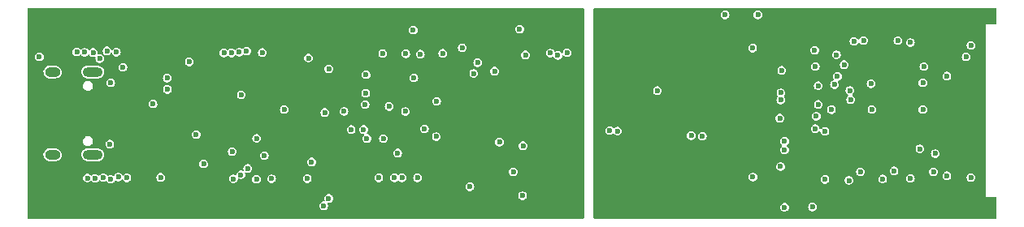
<source format=gbr>
%TF.GenerationSoftware,KiCad,Pcbnew,7.0.10+1*%
%TF.CreationDate,2024-03-12T12:47:15+01:00*%
%TF.ProjectId,Receiver-A1,52656365-6976-4657-922d-41312e6b6963,rev?*%
%TF.SameCoordinates,Original*%
%TF.FileFunction,Copper,L3,Inr*%
%TF.FilePolarity,Positive*%
%FSLAX46Y46*%
G04 Gerber Fmt 4.6, Leading zero omitted, Abs format (unit mm)*
G04 Created by KiCad (PCBNEW 7.0.10+1) date 2024-03-12 12:47:15*
%MOMM*%
%LPD*%
G01*
G04 APERTURE LIST*
%TA.AperFunction,ComponentPad*%
%ADD10O,2.100000X1.000000*%
%TD*%
%TA.AperFunction,ComponentPad*%
%ADD11O,1.600000X1.000000*%
%TD*%
%TA.AperFunction,ViaPad*%
%ADD12C,0.600000*%
%TD*%
G04 APERTURE END LIST*
D10*
%TO.N,GND*%
%TO.C,J6*%
X56820000Y-56680000D03*
D11*
X52640000Y-56680000D03*
D10*
X56820000Y-65320000D03*
D11*
X52640000Y-65320000D03*
%TD*%
D12*
%TO.N,Net-(JP10-B)*%
X96916645Y-55697861D03*
X81420000Y-56350000D03*
X66880000Y-55610000D03*
X51260000Y-55100000D03*
X96110000Y-68650000D03*
X79170000Y-67810000D03*
X63900000Y-67670000D03*
%TO.N,/PWM_SEND_1*%
X85260000Y-58900000D03*
X85289547Y-56955000D03*
%TO.N,/PWM_SEND_0*%
X98690000Y-56590000D03*
%TO.N,/PWM_SEND_2*%
X101650000Y-64370000D03*
%TO.N,/PWM_SEND_5*%
X99190000Y-64005000D03*
%TO.N,/PWM_SEND_1*%
X96511778Y-56823169D03*
%TO.N,/PWM_SEND_4*%
X92620000Y-63420000D03*
%TO.N,/PWM_SEND_3*%
X92640000Y-59740000D03*
%TO.N,+5V*%
X69900007Y-67700007D03*
X107530000Y-63350000D03*
X100500000Y-55000000D03*
X84855000Y-67725000D03*
X54710000Y-67660000D03*
X85474280Y-54755000D03*
X55440002Y-63000000D03*
X55410000Y-59310000D03*
X106490000Y-63350000D03*
X60760236Y-54460000D03*
X76095000Y-54690000D03*
%TO.N,/PWM_SEND_1*%
X132400000Y-58100000D03*
X63100000Y-60000000D03*
%TO.N,/PWM_RCV_1*%
X57065000Y-67800000D03*
X128900002Y-63900000D03*
%TO.N,/LED_1*%
X57920000Y-67710000D03*
X139116407Y-67835646D03*
%TO.N,GND*%
X143300000Y-60600000D03*
X111500000Y-62840000D03*
X143300000Y-57800000D03*
X110670000Y-62790000D03*
X59285000Y-54595000D03*
X75450000Y-67820000D03*
X122700000Y-50700000D03*
X89433983Y-54778737D03*
X120328930Y-63375000D03*
X148320000Y-53900000D03*
X70490000Y-54685000D03*
X87033581Y-54755000D03*
X126115000Y-50700000D03*
X58600000Y-64200000D03*
X60376587Y-67733413D03*
X56266575Y-67749785D03*
X148310000Y-67690000D03*
X89400000Y-60800000D03*
X89030000Y-67730000D03*
X55170854Y-54577985D03*
X83000000Y-60800000D03*
X128400000Y-61500000D03*
X73880000Y-67880000D03*
X137900000Y-57900000D03*
X128600000Y-56500000D03*
X101900000Y-54900000D03*
X74495000Y-54645000D03*
X72078372Y-54615361D03*
X125599846Y-67650000D03*
X71480000Y-67830000D03*
X104494996Y-54699723D03*
X90954624Y-54805000D03*
X58700000Y-57800000D03*
X90650000Y-67725000D03*
X81000000Y-60900000D03*
X119169059Y-63325000D03*
X72302298Y-59052298D03*
X115648594Y-58613835D03*
X106240853Y-54666615D03*
X86625000Y-67720000D03*
X56860865Y-54635143D03*
X58680000Y-67860000D03*
X125565320Y-54175000D03*
X138000000Y-60600000D03*
%TO.N,/DOG_1*%
X145800000Y-67500000D03*
X59480000Y-67650000D03*
%TO.N,/PWM_SEND_2*%
X133100000Y-62875000D03*
X73900000Y-63600000D03*
%TO.N,/PWM_RCV_2*%
X72260000Y-67410000D03*
X136800000Y-67100000D03*
%TO.N,/LED_2*%
X140300000Y-67000000D03*
X72966719Y-66739911D03*
%TO.N,/DOG_2*%
X144600000Y-65200000D03*
X74690000Y-65410000D03*
%TO.N,/PWM_SEND_3*%
X76770000Y-60600000D03*
X132410585Y-60058324D03*
%TO.N,/PWM_RCV_3*%
X128900000Y-70800000D03*
X80880000Y-70640000D03*
%TO.N,/LED_3*%
X72848650Y-54492133D03*
X79624586Y-66075000D03*
X79300000Y-55220000D03*
X142000000Y-67800000D03*
%TO.N,/DOG_3*%
X71282003Y-54691522D03*
X143410000Y-56110000D03*
%TO.N,/PWM_SEND_0*%
X59956337Y-56185000D03*
X132100000Y-56100000D03*
%TO.N,/PWM_RCV_0*%
X58310000Y-54460000D03*
X136127298Y-53472702D03*
%TO.N,/LED_0*%
X135100000Y-55900000D03*
X57545000Y-55275000D03*
%TO.N,/DOG_0*%
X55970000Y-54615000D03*
X147800000Y-55100000D03*
%TO.N,+3.3V*%
X147000000Y-57000000D03*
X124600000Y-50800000D03*
X67600000Y-63200000D03*
X128000000Y-50700000D03*
X109600000Y-61730000D03*
X85190000Y-60070000D03*
X114270000Y-58430000D03*
X120070000Y-59710000D03*
X113020000Y-58450000D03*
%TO.N,/DOG_5*%
X90200000Y-52300000D03*
X140700000Y-53400000D03*
%TO.N,/DOG_4*%
X142000000Y-53600000D03*
X95320000Y-54150000D03*
%TO.N,Net-(U2-GPIO19{slash}U1RTS{slash}ADC2_CH8{slash}CLK_OUT2{slash}USB_D-)*%
X134400000Y-57132997D03*
X64574345Y-57315312D03*
%TO.N,Net-(U2-GPIO20{slash}U1CTS{slash}ADC2_CH9{slash}CLK_OUT1{slash}USB_D+)*%
X64600000Y-58500000D03*
X134100000Y-58000000D03*
%TO.N,/PWM_RCV_5*%
X128900000Y-64800000D03*
X88586289Y-65132811D03*
%TO.N,/PWM_SEND_4*%
X85380000Y-63610000D03*
X132200000Y-61300000D03*
%TO.N,/PWM_SEND_5*%
X87100000Y-63625000D03*
X132100000Y-62600000D03*
%TO.N,/PWM_SEND_6*%
X101300000Y-52200000D03*
X137123493Y-53385515D03*
%TO.N,/PWM_RCV_4*%
X132033280Y-54401063D03*
X93285913Y-54720913D03*
%TO.N,/LED_4*%
X133100000Y-67900000D03*
X88250000Y-67725000D03*
%TO.N,/LED_5*%
X133775000Y-60617690D03*
X87700000Y-60275000D03*
%TO.N,/PWM_RCV_6*%
X100632072Y-67100000D03*
X128473892Y-66550000D03*
%TO.N,/LED_6*%
X101600000Y-69600000D03*
X135600000Y-68000000D03*
%TO.N,/DOG_6*%
X134300000Y-54875000D03*
X105273744Y-54944302D03*
%TO.N,Net-(J8-Pin_3)*%
X71351360Y-64977526D03*
X143000000Y-64700000D03*
%TO.N,Net-(J8-Pin_2)*%
X68370000Y-66270000D03*
X144400000Y-67100000D03*
%TO.N,Net-(U2-EN)*%
X91375909Y-62613481D03*
X145800000Y-57100000D03*
X83740853Y-62676244D03*
X85040853Y-62688267D03*
X90275431Y-57295000D03*
%TO.N,Net-(U2-GPIO15{slash}U0RTS{slash}ADC2_CH4{slash}XTAL_32K_P)*%
X128500000Y-59600000D03*
X135780000Y-59540000D03*
%TO.N,Net-(U2-GPIO16{slash}U0CTS{slash}ADC2_CH5{slash}XTAL_32K_N)*%
X128521407Y-58850303D03*
X135700000Y-58600000D03*
%TO.N,Net-(U2-GPIO0{slash}BOOT)*%
X81405000Y-69885308D03*
X131800000Y-70775000D03*
%TD*%
%TA.AperFunction,Conductor*%
%TO.N,+3.3V*%
G36*
X150943039Y-50020185D02*
G01*
X150988794Y-50072989D01*
X151000000Y-50124500D01*
X151000000Y-51616000D01*
X150980315Y-51683039D01*
X150927511Y-51728794D01*
X150876000Y-51740000D01*
X149850000Y-51740000D01*
X149850000Y-69740000D01*
X150876000Y-69740000D01*
X150943039Y-69759685D01*
X150988794Y-69812489D01*
X151000000Y-69864000D01*
X151000000Y-71875500D01*
X150980315Y-71942539D01*
X150927511Y-71988294D01*
X150876000Y-71999500D01*
X109124000Y-71999500D01*
X109056961Y-71979815D01*
X109011206Y-71927011D01*
X109000000Y-71875500D01*
X109000000Y-70800000D01*
X128444867Y-70800000D01*
X128463302Y-70928225D01*
X128505700Y-71021061D01*
X128517118Y-71046063D01*
X128601951Y-71143967D01*
X128710931Y-71214004D01*
X128750084Y-71225500D01*
X128835225Y-71250499D01*
X128835227Y-71250500D01*
X128835228Y-71250500D01*
X128964773Y-71250500D01*
X128964773Y-71250499D01*
X129089069Y-71214004D01*
X129198049Y-71143967D01*
X129282882Y-71046063D01*
X129336697Y-70928226D01*
X129355133Y-70800000D01*
X129351539Y-70775000D01*
X131344867Y-70775000D01*
X131363302Y-70903225D01*
X131374720Y-70928226D01*
X131417118Y-71021063D01*
X131501951Y-71118967D01*
X131610931Y-71189004D01*
X131696079Y-71214005D01*
X131735225Y-71225499D01*
X131735227Y-71225500D01*
X131735228Y-71225500D01*
X131864773Y-71225500D01*
X131864773Y-71225499D01*
X131989069Y-71189004D01*
X132098049Y-71118967D01*
X132182882Y-71021063D01*
X132236697Y-70903226D01*
X132255133Y-70775000D01*
X132236697Y-70646774D01*
X132182882Y-70528937D01*
X132098049Y-70431033D01*
X131989069Y-70360996D01*
X131989065Y-70360994D01*
X131989064Y-70360994D01*
X131864774Y-70324500D01*
X131864772Y-70324500D01*
X131735228Y-70324500D01*
X131735226Y-70324500D01*
X131610935Y-70360994D01*
X131610932Y-70360995D01*
X131610931Y-70360996D01*
X131572033Y-70385994D01*
X131501950Y-70431033D01*
X131417118Y-70528937D01*
X131417117Y-70528938D01*
X131363302Y-70646774D01*
X131344867Y-70775000D01*
X129351539Y-70775000D01*
X129336697Y-70671774D01*
X129282882Y-70553937D01*
X129198049Y-70456033D01*
X129089069Y-70385996D01*
X129089065Y-70385994D01*
X129089064Y-70385994D01*
X128964774Y-70349500D01*
X128964772Y-70349500D01*
X128835228Y-70349500D01*
X128835226Y-70349500D01*
X128710935Y-70385994D01*
X128710932Y-70385995D01*
X128710931Y-70385996D01*
X128659677Y-70418934D01*
X128601950Y-70456033D01*
X128517118Y-70553937D01*
X128517117Y-70553938D01*
X128463302Y-70671774D01*
X128444867Y-70800000D01*
X109000000Y-70800000D01*
X109000000Y-67650000D01*
X125144713Y-67650000D01*
X125163148Y-67778225D01*
X125189372Y-67835646D01*
X125216964Y-67896063D01*
X125301797Y-67993967D01*
X125410777Y-68064004D01*
X125535071Y-68100499D01*
X125535073Y-68100500D01*
X125535074Y-68100500D01*
X125664619Y-68100500D01*
X125664619Y-68100499D01*
X125788915Y-68064004D01*
X125897895Y-67993967D01*
X125979317Y-67900000D01*
X132644867Y-67900000D01*
X132663302Y-68028225D01*
X132708972Y-68128226D01*
X132717118Y-68146063D01*
X132801951Y-68243967D01*
X132910931Y-68314004D01*
X133035225Y-68350499D01*
X133035227Y-68350500D01*
X133035228Y-68350500D01*
X133164773Y-68350500D01*
X133164773Y-68350499D01*
X133289069Y-68314004D01*
X133398049Y-68243967D01*
X133482882Y-68146063D01*
X133536697Y-68028226D01*
X133540755Y-68000000D01*
X135144867Y-68000000D01*
X135163302Y-68128225D01*
X135171449Y-68146063D01*
X135217118Y-68246063D01*
X135301951Y-68343967D01*
X135410931Y-68414004D01*
X135535225Y-68450499D01*
X135535227Y-68450500D01*
X135535228Y-68450500D01*
X135664773Y-68450500D01*
X135664773Y-68450499D01*
X135789069Y-68414004D01*
X135898049Y-68343967D01*
X135982882Y-68246063D01*
X136036697Y-68128226D01*
X136055133Y-68000000D01*
X136036697Y-67871774D01*
X136020198Y-67835646D01*
X138661274Y-67835646D01*
X138679709Y-67963871D01*
X138717245Y-68046061D01*
X138733525Y-68081709D01*
X138818358Y-68179613D01*
X138927338Y-68249650D01*
X138930233Y-68250500D01*
X139051632Y-68286145D01*
X139051634Y-68286146D01*
X139051635Y-68286146D01*
X139181180Y-68286146D01*
X139181180Y-68286145D01*
X139305476Y-68249650D01*
X139414456Y-68179613D01*
X139499289Y-68081709D01*
X139553104Y-67963872D01*
X139571540Y-67835646D01*
X139566415Y-67800000D01*
X141544867Y-67800000D01*
X141563302Y-67928225D01*
X141608972Y-68028226D01*
X141617118Y-68046063D01*
X141701951Y-68143967D01*
X141810931Y-68214004D01*
X141932337Y-68249651D01*
X141935225Y-68250499D01*
X141935227Y-68250500D01*
X141935228Y-68250500D01*
X142064773Y-68250500D01*
X142064773Y-68250499D01*
X142189069Y-68214004D01*
X142298049Y-68143967D01*
X142382882Y-68046063D01*
X142436697Y-67928226D01*
X142455133Y-67800000D01*
X142436697Y-67671774D01*
X142382882Y-67553937D01*
X142298049Y-67456033D01*
X142189069Y-67385996D01*
X142189065Y-67385994D01*
X142189064Y-67385994D01*
X142064774Y-67349500D01*
X142064772Y-67349500D01*
X141935228Y-67349500D01*
X141935226Y-67349500D01*
X141810935Y-67385994D01*
X141810932Y-67385995D01*
X141810931Y-67385996D01*
X141783013Y-67403938D01*
X141701950Y-67456033D01*
X141617118Y-67553937D01*
X141617117Y-67553938D01*
X141563302Y-67671774D01*
X141544867Y-67800000D01*
X139566415Y-67800000D01*
X139553104Y-67707420D01*
X139499289Y-67589583D01*
X139414456Y-67491679D01*
X139305476Y-67421642D01*
X139305472Y-67421640D01*
X139305471Y-67421640D01*
X139181181Y-67385146D01*
X139181179Y-67385146D01*
X139051635Y-67385146D01*
X139051633Y-67385146D01*
X138927342Y-67421640D01*
X138927339Y-67421641D01*
X138927338Y-67421642D01*
X138892646Y-67443937D01*
X138818357Y-67491679D01*
X138733525Y-67589583D01*
X138733524Y-67589584D01*
X138679709Y-67707420D01*
X138661274Y-67835646D01*
X136020198Y-67835646D01*
X135982882Y-67753937D01*
X135898049Y-67656033D01*
X135789069Y-67585996D01*
X135789065Y-67585994D01*
X135789064Y-67585994D01*
X135664774Y-67549500D01*
X135664772Y-67549500D01*
X135535228Y-67549500D01*
X135535226Y-67549500D01*
X135410935Y-67585994D01*
X135410932Y-67585995D01*
X135410931Y-67585996D01*
X135359677Y-67618934D01*
X135301950Y-67656033D01*
X135217118Y-67753937D01*
X135217117Y-67753938D01*
X135163302Y-67871774D01*
X135144867Y-68000000D01*
X133540755Y-68000000D01*
X133555133Y-67900000D01*
X133536697Y-67771774D01*
X133482882Y-67653937D01*
X133398049Y-67556033D01*
X133289069Y-67485996D01*
X133289065Y-67485994D01*
X133289064Y-67485994D01*
X133164774Y-67449500D01*
X133164772Y-67449500D01*
X133035228Y-67449500D01*
X133035226Y-67449500D01*
X132910935Y-67485994D01*
X132910932Y-67485995D01*
X132910931Y-67485996D01*
X132867350Y-67514004D01*
X132801950Y-67556033D01*
X132717118Y-67653937D01*
X132717117Y-67653938D01*
X132663302Y-67771774D01*
X132644867Y-67900000D01*
X125979317Y-67900000D01*
X125982728Y-67896063D01*
X126036543Y-67778226D01*
X126054979Y-67650000D01*
X126036543Y-67521774D01*
X125982728Y-67403937D01*
X125897895Y-67306033D01*
X125788915Y-67235996D01*
X125788911Y-67235994D01*
X125788910Y-67235994D01*
X125664620Y-67199500D01*
X125664618Y-67199500D01*
X125535074Y-67199500D01*
X125535072Y-67199500D01*
X125410781Y-67235994D01*
X125410778Y-67235995D01*
X125410777Y-67235996D01*
X125382859Y-67253938D01*
X125301796Y-67306033D01*
X125216964Y-67403937D01*
X125216963Y-67403938D01*
X125163148Y-67521774D01*
X125144713Y-67650000D01*
X109000000Y-67650000D01*
X109000000Y-67100000D01*
X136344867Y-67100000D01*
X136363302Y-67228225D01*
X136416160Y-67343966D01*
X136417118Y-67346063D01*
X136501951Y-67443967D01*
X136610931Y-67514004D01*
X136735225Y-67550499D01*
X136735227Y-67550500D01*
X136735228Y-67550500D01*
X136864773Y-67550500D01*
X136864773Y-67550499D01*
X136989069Y-67514004D01*
X137098049Y-67443967D01*
X137182882Y-67346063D01*
X137236697Y-67228226D01*
X137255133Y-67100000D01*
X137240755Y-67000000D01*
X139844867Y-67000000D01*
X139863302Y-67128225D01*
X139914121Y-67239500D01*
X139917118Y-67246063D01*
X140001951Y-67343967D01*
X140110931Y-67414004D01*
X140235225Y-67450499D01*
X140235227Y-67450500D01*
X140235228Y-67450500D01*
X140364773Y-67450500D01*
X140364773Y-67450499D01*
X140489069Y-67414004D01*
X140598049Y-67343967D01*
X140682882Y-67246063D01*
X140736697Y-67128226D01*
X140740755Y-67100000D01*
X143944867Y-67100000D01*
X143963302Y-67228225D01*
X144016160Y-67343966D01*
X144017118Y-67346063D01*
X144101951Y-67443967D01*
X144210931Y-67514004D01*
X144335225Y-67550499D01*
X144335227Y-67550500D01*
X144335228Y-67550500D01*
X144464773Y-67550500D01*
X144464773Y-67550499D01*
X144589069Y-67514004D01*
X144610860Y-67500000D01*
X145344867Y-67500000D01*
X145363302Y-67628225D01*
X145399470Y-67707420D01*
X145417118Y-67746063D01*
X145501951Y-67843967D01*
X145610931Y-67914004D01*
X145686059Y-67936063D01*
X145735225Y-67950499D01*
X145735227Y-67950500D01*
X145735228Y-67950500D01*
X145864773Y-67950500D01*
X145864773Y-67950499D01*
X145989069Y-67914004D01*
X146098049Y-67843967D01*
X146182882Y-67746063D01*
X146208485Y-67690000D01*
X147854867Y-67690000D01*
X147873302Y-67818225D01*
X147897758Y-67871774D01*
X147927118Y-67936063D01*
X148011951Y-68033967D01*
X148120931Y-68104004D01*
X148203426Y-68128226D01*
X148245225Y-68140499D01*
X148245227Y-68140500D01*
X148245228Y-68140500D01*
X148374773Y-68140500D01*
X148374773Y-68140499D01*
X148499069Y-68104004D01*
X148608049Y-68033967D01*
X148692882Y-67936063D01*
X148746697Y-67818226D01*
X148765133Y-67690000D01*
X148746697Y-67561774D01*
X148692882Y-67443937D01*
X148608049Y-67346033D01*
X148499069Y-67275996D01*
X148499065Y-67275994D01*
X148499064Y-67275994D01*
X148374774Y-67239500D01*
X148374772Y-67239500D01*
X148245228Y-67239500D01*
X148245226Y-67239500D01*
X148120935Y-67275994D01*
X148120932Y-67275995D01*
X148120931Y-67275996D01*
X148074192Y-67306033D01*
X148011950Y-67346033D01*
X147927118Y-67443937D01*
X147927117Y-67443938D01*
X147873302Y-67561774D01*
X147854867Y-67690000D01*
X146208485Y-67690000D01*
X146236697Y-67628226D01*
X146255133Y-67500000D01*
X146236697Y-67371774D01*
X146182882Y-67253937D01*
X146098049Y-67156033D01*
X145989069Y-67085996D01*
X145989065Y-67085994D01*
X145989064Y-67085994D01*
X145864774Y-67049500D01*
X145864772Y-67049500D01*
X145735228Y-67049500D01*
X145735226Y-67049500D01*
X145610935Y-67085994D01*
X145610932Y-67085995D01*
X145610931Y-67085996D01*
X145559677Y-67118934D01*
X145501950Y-67156033D01*
X145417118Y-67253937D01*
X145417117Y-67253938D01*
X145363302Y-67371774D01*
X145344867Y-67500000D01*
X144610860Y-67500000D01*
X144698049Y-67443967D01*
X144782882Y-67346063D01*
X144836697Y-67228226D01*
X144855133Y-67100000D01*
X144836697Y-66971774D01*
X144782882Y-66853937D01*
X144698049Y-66756033D01*
X144589069Y-66685996D01*
X144589065Y-66685994D01*
X144589064Y-66685994D01*
X144464774Y-66649500D01*
X144464772Y-66649500D01*
X144335228Y-66649500D01*
X144335226Y-66649500D01*
X144210935Y-66685994D01*
X144210932Y-66685995D01*
X144210931Y-66685996D01*
X144159677Y-66718934D01*
X144101950Y-66756033D01*
X144017118Y-66853937D01*
X144017117Y-66853938D01*
X143963302Y-66971774D01*
X143944867Y-67100000D01*
X140740755Y-67100000D01*
X140755133Y-67000000D01*
X140736697Y-66871774D01*
X140682882Y-66753937D01*
X140598049Y-66656033D01*
X140489069Y-66585996D01*
X140489065Y-66585994D01*
X140489064Y-66585994D01*
X140364774Y-66549500D01*
X140364772Y-66549500D01*
X140235228Y-66549500D01*
X140235226Y-66549500D01*
X140110935Y-66585994D01*
X140110932Y-66585995D01*
X140110931Y-66585996D01*
X140059677Y-66618934D01*
X140001950Y-66656033D01*
X139917118Y-66753937D01*
X139917117Y-66753938D01*
X139863302Y-66871774D01*
X139844867Y-67000000D01*
X137240755Y-67000000D01*
X137236697Y-66971774D01*
X137182882Y-66853937D01*
X137098049Y-66756033D01*
X136989069Y-66685996D01*
X136989065Y-66685994D01*
X136989064Y-66685994D01*
X136864774Y-66649500D01*
X136864772Y-66649500D01*
X136735228Y-66649500D01*
X136735226Y-66649500D01*
X136610935Y-66685994D01*
X136610932Y-66685995D01*
X136610931Y-66685996D01*
X136559677Y-66718934D01*
X136501950Y-66756033D01*
X136417118Y-66853937D01*
X136417117Y-66853938D01*
X136363302Y-66971774D01*
X136344867Y-67100000D01*
X109000000Y-67100000D01*
X109000000Y-66550000D01*
X128018759Y-66550000D01*
X128037194Y-66678225D01*
X128091009Y-66796061D01*
X128091010Y-66796063D01*
X128175843Y-66893967D01*
X128284823Y-66964004D01*
X128409117Y-67000499D01*
X128409119Y-67000500D01*
X128409120Y-67000500D01*
X128538665Y-67000500D01*
X128538665Y-67000499D01*
X128662961Y-66964004D01*
X128771941Y-66893967D01*
X128856774Y-66796063D01*
X128910589Y-66678226D01*
X128929025Y-66550000D01*
X128910589Y-66421774D01*
X128856774Y-66303937D01*
X128771941Y-66206033D01*
X128662961Y-66135996D01*
X128662957Y-66135994D01*
X128662956Y-66135994D01*
X128538666Y-66099500D01*
X128538664Y-66099500D01*
X128409120Y-66099500D01*
X128409118Y-66099500D01*
X128284827Y-66135994D01*
X128284824Y-66135995D01*
X128284823Y-66135996D01*
X128233569Y-66168934D01*
X128175842Y-66206033D01*
X128091010Y-66303937D01*
X128091009Y-66303938D01*
X128037194Y-66421774D01*
X128018759Y-66550000D01*
X109000000Y-66550000D01*
X109000000Y-64800000D01*
X128444867Y-64800000D01*
X128463302Y-64928225D01*
X128471449Y-64946063D01*
X128517118Y-65046063D01*
X128601951Y-65143967D01*
X128710931Y-65214004D01*
X128835225Y-65250499D01*
X128835227Y-65250500D01*
X128835228Y-65250500D01*
X128964773Y-65250500D01*
X128964773Y-65250499D01*
X129089069Y-65214004D01*
X129110860Y-65200000D01*
X144144867Y-65200000D01*
X144163302Y-65328225D01*
X144217117Y-65446061D01*
X144217118Y-65446063D01*
X144301951Y-65543967D01*
X144410931Y-65614004D01*
X144535225Y-65650499D01*
X144535227Y-65650500D01*
X144535228Y-65650500D01*
X144664773Y-65650500D01*
X144664773Y-65650499D01*
X144789069Y-65614004D01*
X144898049Y-65543967D01*
X144982882Y-65446063D01*
X145036697Y-65328226D01*
X145055133Y-65200000D01*
X145036697Y-65071774D01*
X144982882Y-64953937D01*
X144898049Y-64856033D01*
X144789069Y-64785996D01*
X144789065Y-64785994D01*
X144789064Y-64785994D01*
X144664774Y-64749500D01*
X144664772Y-64749500D01*
X144535228Y-64749500D01*
X144535226Y-64749500D01*
X144410935Y-64785994D01*
X144410932Y-64785995D01*
X144410931Y-64785996D01*
X144359677Y-64818934D01*
X144301950Y-64856033D01*
X144217118Y-64953937D01*
X144217117Y-64953938D01*
X144163302Y-65071774D01*
X144144867Y-65200000D01*
X129110860Y-65200000D01*
X129198049Y-65143967D01*
X129282882Y-65046063D01*
X129336697Y-64928226D01*
X129355133Y-64800000D01*
X129340755Y-64700000D01*
X142544867Y-64700000D01*
X142563302Y-64828225D01*
X142608972Y-64928226D01*
X142617118Y-64946063D01*
X142701951Y-65043967D01*
X142810931Y-65114004D01*
X142935225Y-65150499D01*
X142935227Y-65150500D01*
X142935228Y-65150500D01*
X143064773Y-65150500D01*
X143064773Y-65150499D01*
X143189069Y-65114004D01*
X143298049Y-65043967D01*
X143382882Y-64946063D01*
X143436697Y-64828226D01*
X143455133Y-64700000D01*
X143436697Y-64571774D01*
X143382882Y-64453937D01*
X143298049Y-64356033D01*
X143189069Y-64285996D01*
X143189065Y-64285994D01*
X143189064Y-64285994D01*
X143064774Y-64249500D01*
X143064772Y-64249500D01*
X142935228Y-64249500D01*
X142935226Y-64249500D01*
X142810935Y-64285994D01*
X142810932Y-64285995D01*
X142810931Y-64285996D01*
X142767350Y-64314004D01*
X142701950Y-64356033D01*
X142617118Y-64453937D01*
X142617117Y-64453938D01*
X142563302Y-64571774D01*
X142544867Y-64700000D01*
X129340755Y-64700000D01*
X129336697Y-64671774D01*
X129282882Y-64553937D01*
X129198049Y-64456033D01*
X129198048Y-64456032D01*
X129195373Y-64454313D01*
X129193289Y-64451908D01*
X129191348Y-64450226D01*
X129191589Y-64449946D01*
X129149621Y-64401507D01*
X129139680Y-64332348D01*
X129168707Y-64268794D01*
X129195380Y-64245683D01*
X129198051Y-64243967D01*
X129282884Y-64146063D01*
X129336699Y-64028226D01*
X129355135Y-63900000D01*
X129336699Y-63771774D01*
X129282884Y-63653937D01*
X129198051Y-63556033D01*
X129089071Y-63485996D01*
X129089067Y-63485994D01*
X129089066Y-63485994D01*
X128964776Y-63449500D01*
X128964774Y-63449500D01*
X128835230Y-63449500D01*
X128835228Y-63449500D01*
X128710937Y-63485994D01*
X128710934Y-63485995D01*
X128710933Y-63485996D01*
X128684123Y-63503226D01*
X128601952Y-63556033D01*
X128517120Y-63653937D01*
X128517119Y-63653938D01*
X128463304Y-63771774D01*
X128444869Y-63900000D01*
X128463304Y-64028225D01*
X128517119Y-64146061D01*
X128517120Y-64146063D01*
X128601951Y-64243965D01*
X128601954Y-64243968D01*
X128604625Y-64245685D01*
X128606704Y-64248084D01*
X128608654Y-64249774D01*
X128608411Y-64250054D01*
X128650379Y-64298489D01*
X128660322Y-64367648D01*
X128631296Y-64431203D01*
X128604630Y-64454310D01*
X128601952Y-64456030D01*
X128517118Y-64553937D01*
X128517117Y-64553938D01*
X128463302Y-64671774D01*
X128444867Y-64800000D01*
X109000000Y-64800000D01*
X109000000Y-63325000D01*
X118713926Y-63325000D01*
X118732361Y-63453225D01*
X118779313Y-63556033D01*
X118786177Y-63571063D01*
X118871010Y-63668967D01*
X118979990Y-63739004D01*
X119104284Y-63775499D01*
X119104286Y-63775500D01*
X119104287Y-63775500D01*
X119233832Y-63775500D01*
X119233832Y-63775499D01*
X119358128Y-63739004D01*
X119467108Y-63668967D01*
X119551941Y-63571063D01*
X119605756Y-63453226D01*
X119617003Y-63375000D01*
X119873797Y-63375000D01*
X119892232Y-63503225D01*
X119923213Y-63571062D01*
X119946048Y-63621063D01*
X120030881Y-63718967D01*
X120139861Y-63789004D01*
X120264155Y-63825499D01*
X120264157Y-63825500D01*
X120264158Y-63825500D01*
X120393703Y-63825500D01*
X120393703Y-63825499D01*
X120517999Y-63789004D01*
X120626979Y-63718967D01*
X120711812Y-63621063D01*
X120765627Y-63503226D01*
X120784063Y-63375000D01*
X120765627Y-63246774D01*
X120711812Y-63128937D01*
X120626979Y-63031033D01*
X120517999Y-62960996D01*
X120517995Y-62960994D01*
X120517994Y-62960994D01*
X120393704Y-62924500D01*
X120393702Y-62924500D01*
X120264158Y-62924500D01*
X120264156Y-62924500D01*
X120139865Y-62960994D01*
X120139862Y-62960995D01*
X120139861Y-62960996D01*
X120108683Y-62981033D01*
X120030880Y-63031033D01*
X119946048Y-63128937D01*
X119946047Y-63128938D01*
X119892232Y-63246774D01*
X119873797Y-63375000D01*
X119617003Y-63375000D01*
X119624192Y-63325000D01*
X119605756Y-63196774D01*
X119551941Y-63078937D01*
X119467108Y-62981033D01*
X119358128Y-62910996D01*
X119358124Y-62910994D01*
X119358123Y-62910994D01*
X119233833Y-62874500D01*
X119233831Y-62874500D01*
X119104287Y-62874500D01*
X119104285Y-62874500D01*
X118979994Y-62910994D01*
X118979991Y-62910995D01*
X118979990Y-62910996D01*
X118928736Y-62943934D01*
X118871009Y-62981033D01*
X118786177Y-63078937D01*
X118786176Y-63078938D01*
X118732361Y-63196774D01*
X118713926Y-63325000D01*
X109000000Y-63325000D01*
X109000000Y-62790000D01*
X110214867Y-62790000D01*
X110233302Y-62918225D01*
X110277044Y-63014004D01*
X110287118Y-63036063D01*
X110299627Y-63050499D01*
X110370383Y-63132158D01*
X110371951Y-63133967D01*
X110480931Y-63204004D01*
X110531892Y-63218967D01*
X110605225Y-63240499D01*
X110605227Y-63240500D01*
X110605228Y-63240500D01*
X110734773Y-63240500D01*
X110734773Y-63240499D01*
X110859069Y-63204004D01*
X110968049Y-63133967D01*
X110969617Y-63132157D01*
X110971636Y-63130859D01*
X110974754Y-63128158D01*
X110975141Y-63128605D01*
X111028390Y-63094377D01*
X111098260Y-63094370D01*
X111157042Y-63132139D01*
X111157051Y-63132149D01*
X111158626Y-63133967D01*
X111201951Y-63183967D01*
X111310931Y-63254004D01*
X111435225Y-63290499D01*
X111435227Y-63290500D01*
X111435228Y-63290500D01*
X111564773Y-63290500D01*
X111564773Y-63290499D01*
X111689069Y-63254004D01*
X111798049Y-63183967D01*
X111882882Y-63086063D01*
X111936697Y-62968226D01*
X111955133Y-62840000D01*
X111936697Y-62711774D01*
X111885651Y-62600000D01*
X131644867Y-62600000D01*
X131663302Y-62728225D01*
X131714349Y-62840000D01*
X131717118Y-62846063D01*
X131801951Y-62943967D01*
X131910931Y-63014004D01*
X131986059Y-63036063D01*
X132035225Y-63050499D01*
X132035227Y-63050500D01*
X132035228Y-63050500D01*
X132164773Y-63050500D01*
X132164773Y-63050499D01*
X132289069Y-63014004D01*
X132398049Y-62943967D01*
X132440436Y-62895048D01*
X132499212Y-62857275D01*
X132569082Y-62857273D01*
X132627860Y-62895046D01*
X132656887Y-62958602D01*
X132656887Y-62958603D01*
X132663302Y-63003225D01*
X132704931Y-63094377D01*
X132717118Y-63121063D01*
X132801951Y-63218967D01*
X132910931Y-63289004D01*
X133035225Y-63325499D01*
X133035227Y-63325500D01*
X133035228Y-63325500D01*
X133164773Y-63325500D01*
X133164773Y-63325499D01*
X133289069Y-63289004D01*
X133398049Y-63218967D01*
X133482882Y-63121063D01*
X133536697Y-63003226D01*
X133555133Y-62875000D01*
X133536697Y-62746774D01*
X133482882Y-62628937D01*
X133398049Y-62531033D01*
X133289069Y-62460996D01*
X133289065Y-62460994D01*
X133289064Y-62460994D01*
X133164774Y-62424500D01*
X133164772Y-62424500D01*
X133035228Y-62424500D01*
X133035226Y-62424500D01*
X132910935Y-62460994D01*
X132910932Y-62460995D01*
X132910931Y-62460996D01*
X132877425Y-62482528D01*
X132801949Y-62531033D01*
X132759563Y-62579951D01*
X132700785Y-62617725D01*
X132630915Y-62617725D01*
X132572137Y-62579951D01*
X132543112Y-62516395D01*
X132543112Y-62516394D01*
X132540633Y-62499154D01*
X132536697Y-62471774D01*
X132482882Y-62353937D01*
X132398049Y-62256033D01*
X132289069Y-62185996D01*
X132289065Y-62185994D01*
X132289064Y-62185994D01*
X132164774Y-62149500D01*
X132164772Y-62149500D01*
X132035228Y-62149500D01*
X132035226Y-62149500D01*
X131910935Y-62185994D01*
X131910932Y-62185995D01*
X131910931Y-62185996D01*
X131859677Y-62218934D01*
X131801950Y-62256033D01*
X131717118Y-62353937D01*
X131717117Y-62353938D01*
X131663302Y-62471774D01*
X131644867Y-62600000D01*
X111885651Y-62600000D01*
X111882882Y-62593937D01*
X111798049Y-62496033D01*
X111689069Y-62425996D01*
X111689065Y-62425994D01*
X111689064Y-62425994D01*
X111564774Y-62389500D01*
X111564772Y-62389500D01*
X111435228Y-62389500D01*
X111435226Y-62389500D01*
X111310935Y-62425994D01*
X111310932Y-62425995D01*
X111310931Y-62425996D01*
X111279753Y-62446033D01*
X111201948Y-62496034D01*
X111200373Y-62497853D01*
X111198347Y-62499154D01*
X111195246Y-62501842D01*
X111194859Y-62501396D01*
X111141594Y-62535626D01*
X111071724Y-62535624D01*
X111012948Y-62497850D01*
X110968049Y-62446033D01*
X110859069Y-62375996D01*
X110859065Y-62375994D01*
X110859064Y-62375994D01*
X110734774Y-62339500D01*
X110734772Y-62339500D01*
X110605228Y-62339500D01*
X110605226Y-62339500D01*
X110480935Y-62375994D01*
X110480932Y-62375995D01*
X110480931Y-62375996D01*
X110429677Y-62408934D01*
X110371950Y-62446033D01*
X110287118Y-62543937D01*
X110287117Y-62543938D01*
X110233302Y-62661774D01*
X110214867Y-62790000D01*
X109000000Y-62790000D01*
X109000000Y-61500000D01*
X127944867Y-61500000D01*
X127963302Y-61628225D01*
X128002477Y-61714004D01*
X128017118Y-61746063D01*
X128101951Y-61843967D01*
X128210931Y-61914004D01*
X128335225Y-61950499D01*
X128335227Y-61950500D01*
X128335228Y-61950500D01*
X128464773Y-61950500D01*
X128464773Y-61950499D01*
X128589069Y-61914004D01*
X128698049Y-61843967D01*
X128782882Y-61746063D01*
X128836697Y-61628226D01*
X128855133Y-61500000D01*
X128836697Y-61371774D01*
X128803919Y-61300000D01*
X131744867Y-61300000D01*
X131763302Y-61428225D01*
X131796081Y-61500000D01*
X131817118Y-61546063D01*
X131901951Y-61643967D01*
X132010931Y-61714004D01*
X132120117Y-61746063D01*
X132135225Y-61750499D01*
X132135227Y-61750500D01*
X132135228Y-61750500D01*
X132264773Y-61750500D01*
X132264773Y-61750499D01*
X132389069Y-61714004D01*
X132498049Y-61643967D01*
X132582882Y-61546063D01*
X132636697Y-61428226D01*
X132655133Y-61300000D01*
X132636697Y-61171774D01*
X132582882Y-61053937D01*
X132498049Y-60956033D01*
X132389069Y-60885996D01*
X132389065Y-60885994D01*
X132389064Y-60885994D01*
X132264774Y-60849500D01*
X132264772Y-60849500D01*
X132135228Y-60849500D01*
X132135226Y-60849500D01*
X132010935Y-60885994D01*
X132010932Y-60885995D01*
X132010931Y-60885996D01*
X131959677Y-60918934D01*
X131901950Y-60956033D01*
X131817118Y-61053937D01*
X131817117Y-61053938D01*
X131763302Y-61171774D01*
X131744867Y-61300000D01*
X128803919Y-61300000D01*
X128782882Y-61253937D01*
X128698049Y-61156033D01*
X128589069Y-61085996D01*
X128589065Y-61085994D01*
X128589064Y-61085994D01*
X128464774Y-61049500D01*
X128464772Y-61049500D01*
X128335228Y-61049500D01*
X128335226Y-61049500D01*
X128210935Y-61085994D01*
X128210932Y-61085995D01*
X128210931Y-61085996D01*
X128159677Y-61118934D01*
X128101950Y-61156033D01*
X128017118Y-61253937D01*
X128017117Y-61253938D01*
X127963302Y-61371774D01*
X127944867Y-61500000D01*
X109000000Y-61500000D01*
X109000000Y-60617690D01*
X133319867Y-60617690D01*
X133338302Y-60745915D01*
X133384038Y-60846061D01*
X133392118Y-60863753D01*
X133476951Y-60961657D01*
X133585931Y-61031694D01*
X133649977Y-61050499D01*
X133710225Y-61068189D01*
X133710227Y-61068190D01*
X133710228Y-61068190D01*
X133839773Y-61068190D01*
X133839773Y-61068189D01*
X133964069Y-61031694D01*
X134073049Y-60961657D01*
X134157882Y-60863753D01*
X134211697Y-60745916D01*
X134230133Y-60617690D01*
X134227590Y-60600000D01*
X137544867Y-60600000D01*
X137563302Y-60728225D01*
X137617117Y-60846061D01*
X137617118Y-60846063D01*
X137701951Y-60943967D01*
X137810931Y-61014004D01*
X137935225Y-61050499D01*
X137935227Y-61050500D01*
X137935228Y-61050500D01*
X138064773Y-61050500D01*
X138064773Y-61050499D01*
X138189069Y-61014004D01*
X138298049Y-60943967D01*
X138382882Y-60846063D01*
X138436697Y-60728226D01*
X138455133Y-60600000D01*
X142844867Y-60600000D01*
X142863302Y-60728225D01*
X142917117Y-60846061D01*
X142917118Y-60846063D01*
X143001951Y-60943967D01*
X143110931Y-61014004D01*
X143235225Y-61050499D01*
X143235227Y-61050500D01*
X143235228Y-61050500D01*
X143364773Y-61050500D01*
X143364773Y-61050499D01*
X143489069Y-61014004D01*
X143598049Y-60943967D01*
X143682882Y-60846063D01*
X143736697Y-60728226D01*
X143755133Y-60600000D01*
X143736697Y-60471774D01*
X143682882Y-60353937D01*
X143598049Y-60256033D01*
X143489069Y-60185996D01*
X143489065Y-60185994D01*
X143489064Y-60185994D01*
X143364774Y-60149500D01*
X143364772Y-60149500D01*
X143235228Y-60149500D01*
X143235226Y-60149500D01*
X143110935Y-60185994D01*
X143110932Y-60185995D01*
X143110931Y-60185996D01*
X143083408Y-60203684D01*
X143001950Y-60256033D01*
X142917118Y-60353937D01*
X142917117Y-60353938D01*
X142863302Y-60471774D01*
X142844867Y-60600000D01*
X138455133Y-60600000D01*
X138436697Y-60471774D01*
X138382882Y-60353937D01*
X138298049Y-60256033D01*
X138189069Y-60185996D01*
X138189065Y-60185994D01*
X138189064Y-60185994D01*
X138064774Y-60149500D01*
X138064772Y-60149500D01*
X137935228Y-60149500D01*
X137935226Y-60149500D01*
X137810935Y-60185994D01*
X137810932Y-60185995D01*
X137810931Y-60185996D01*
X137783408Y-60203684D01*
X137701950Y-60256033D01*
X137617118Y-60353937D01*
X137617117Y-60353938D01*
X137563302Y-60471774D01*
X137544867Y-60600000D01*
X134227590Y-60600000D01*
X134211697Y-60489464D01*
X134157882Y-60371627D01*
X134073049Y-60273723D01*
X133964069Y-60203686D01*
X133964065Y-60203684D01*
X133964064Y-60203684D01*
X133839774Y-60167190D01*
X133839772Y-60167190D01*
X133710228Y-60167190D01*
X133710226Y-60167190D01*
X133585935Y-60203684D01*
X133585932Y-60203685D01*
X133585931Y-60203686D01*
X133534677Y-60236624D01*
X133476950Y-60273723D01*
X133392118Y-60371627D01*
X133392117Y-60371628D01*
X133338302Y-60489464D01*
X133319867Y-60617690D01*
X109000000Y-60617690D01*
X109000000Y-60058324D01*
X131955452Y-60058324D01*
X131973887Y-60186549D01*
X132005620Y-60256033D01*
X132027703Y-60304387D01*
X132112536Y-60402291D01*
X132221516Y-60472328D01*
X132345810Y-60508823D01*
X132345812Y-60508824D01*
X132345813Y-60508824D01*
X132475358Y-60508824D01*
X132475358Y-60508823D01*
X132599654Y-60472328D01*
X132708634Y-60402291D01*
X132793467Y-60304387D01*
X132847282Y-60186550D01*
X132865718Y-60058324D01*
X132847282Y-59930098D01*
X132793467Y-59812261D01*
X132708634Y-59714357D01*
X132599654Y-59644320D01*
X132599650Y-59644318D01*
X132599649Y-59644318D01*
X132475359Y-59607824D01*
X132475357Y-59607824D01*
X132345813Y-59607824D01*
X132345811Y-59607824D01*
X132221520Y-59644318D01*
X132221517Y-59644319D01*
X132221516Y-59644320D01*
X132170262Y-59677258D01*
X132112535Y-59714357D01*
X132027703Y-59812261D01*
X132027702Y-59812262D01*
X131973887Y-59930098D01*
X131955452Y-60058324D01*
X109000000Y-60058324D01*
X109000000Y-59600000D01*
X128044867Y-59600000D01*
X128063302Y-59728225D01*
X128101681Y-59812261D01*
X128117118Y-59846063D01*
X128201951Y-59943967D01*
X128310931Y-60014004D01*
X128435225Y-60050499D01*
X128435227Y-60050500D01*
X128435228Y-60050500D01*
X128564773Y-60050500D01*
X128564773Y-60050499D01*
X128689069Y-60014004D01*
X128798049Y-59943967D01*
X128882882Y-59846063D01*
X128936697Y-59728226D01*
X128955133Y-59600000D01*
X128936697Y-59471774D01*
X128882882Y-59353937D01*
X128852354Y-59318705D01*
X128823330Y-59255151D01*
X128833274Y-59185992D01*
X128852352Y-59156304D01*
X128904289Y-59096366D01*
X128958104Y-58978529D01*
X128976540Y-58850303D01*
X128958104Y-58722077D01*
X128904289Y-58604240D01*
X128900615Y-58600000D01*
X135244867Y-58600000D01*
X135263302Y-58728225D01*
X135269621Y-58742061D01*
X135317118Y-58846063D01*
X135401951Y-58943967D01*
X135423479Y-58957802D01*
X135475743Y-58991390D01*
X135521498Y-59044194D01*
X135531442Y-59113353D01*
X135502417Y-59176909D01*
X135487966Y-59189435D01*
X135488652Y-59190226D01*
X135481953Y-59196030D01*
X135397118Y-59293937D01*
X135397117Y-59293938D01*
X135343302Y-59411774D01*
X135324867Y-59540000D01*
X135343302Y-59668225D01*
X135370704Y-59728225D01*
X135397118Y-59786063D01*
X135481951Y-59883967D01*
X135590931Y-59954004D01*
X135715225Y-59990499D01*
X135715227Y-59990500D01*
X135715228Y-59990500D01*
X135844773Y-59990500D01*
X135844773Y-59990499D01*
X135969069Y-59954004D01*
X136078049Y-59883967D01*
X136162882Y-59786063D01*
X136216697Y-59668226D01*
X136235133Y-59540000D01*
X136216697Y-59411774D01*
X136162882Y-59293937D01*
X136078049Y-59196033D01*
X136078048Y-59196032D01*
X136004255Y-59148608D01*
X135958501Y-59095804D01*
X135948557Y-59026646D01*
X135977582Y-58963090D01*
X135992038Y-58950570D01*
X135991348Y-58949774D01*
X135998046Y-58943969D01*
X135998046Y-58943968D01*
X135998049Y-58943967D01*
X136082882Y-58846063D01*
X136136697Y-58728226D01*
X136155133Y-58600000D01*
X136136697Y-58471774D01*
X136082882Y-58353937D01*
X135998049Y-58256033D01*
X135889069Y-58185996D01*
X135889065Y-58185994D01*
X135889064Y-58185994D01*
X135764774Y-58149500D01*
X135764772Y-58149500D01*
X135635228Y-58149500D01*
X135635226Y-58149500D01*
X135510935Y-58185994D01*
X135510932Y-58185995D01*
X135510931Y-58185996D01*
X135467350Y-58214004D01*
X135401950Y-58256033D01*
X135317118Y-58353937D01*
X135317117Y-58353938D01*
X135263302Y-58471774D01*
X135244867Y-58600000D01*
X128900615Y-58600000D01*
X128819456Y-58506336D01*
X128710476Y-58436299D01*
X128710472Y-58436297D01*
X128710471Y-58436297D01*
X128586181Y-58399803D01*
X128586179Y-58399803D01*
X128456635Y-58399803D01*
X128456633Y-58399803D01*
X128332342Y-58436297D01*
X128332339Y-58436298D01*
X128332338Y-58436299D01*
X128310241Y-58450500D01*
X128223357Y-58506336D01*
X128138525Y-58604240D01*
X128138524Y-58604241D01*
X128084709Y-58722077D01*
X128066274Y-58850303D01*
X128084709Y-58978528D01*
X128138524Y-59096364D01*
X128138527Y-59096370D01*
X128169051Y-59131596D01*
X128198076Y-59195151D01*
X128188132Y-59264310D01*
X128169052Y-59293999D01*
X128117120Y-59353932D01*
X128117117Y-59353938D01*
X128063302Y-59471774D01*
X128044867Y-59600000D01*
X109000000Y-59600000D01*
X109000000Y-58613835D01*
X115193461Y-58613835D01*
X115211896Y-58742060D01*
X115259393Y-58846061D01*
X115265712Y-58859898D01*
X115338556Y-58943966D01*
X115344278Y-58950570D01*
X115350545Y-58957802D01*
X115459525Y-59027839D01*
X115583819Y-59064334D01*
X115583821Y-59064335D01*
X115583822Y-59064335D01*
X115713367Y-59064335D01*
X115713367Y-59064334D01*
X115837663Y-59027839D01*
X115946643Y-58957802D01*
X116031476Y-58859898D01*
X116085291Y-58742061D01*
X116103727Y-58613835D01*
X116085291Y-58485609D01*
X116031476Y-58367772D01*
X115946643Y-58269868D01*
X115837663Y-58199831D01*
X115837659Y-58199829D01*
X115837658Y-58199829D01*
X115713368Y-58163335D01*
X115713366Y-58163335D01*
X115583822Y-58163335D01*
X115583820Y-58163335D01*
X115459529Y-58199829D01*
X115459526Y-58199830D01*
X115459525Y-58199831D01*
X115408271Y-58232769D01*
X115350544Y-58269868D01*
X115265712Y-58367772D01*
X115265711Y-58367773D01*
X115211896Y-58485609D01*
X115193461Y-58613835D01*
X109000000Y-58613835D01*
X109000000Y-58100000D01*
X131944867Y-58100000D01*
X131963302Y-58228225D01*
X131973475Y-58250500D01*
X132017118Y-58346063D01*
X132101951Y-58443967D01*
X132210931Y-58514004D01*
X132335225Y-58550499D01*
X132335227Y-58550500D01*
X132335228Y-58550500D01*
X132464773Y-58550500D01*
X132464773Y-58550499D01*
X132589069Y-58514004D01*
X132698049Y-58443967D01*
X132782882Y-58346063D01*
X132836697Y-58228226D01*
X132855133Y-58100000D01*
X132840755Y-58000000D01*
X133644867Y-58000000D01*
X133663302Y-58128225D01*
X133708972Y-58228226D01*
X133717118Y-58246063D01*
X133801951Y-58343967D01*
X133910931Y-58414004D01*
X134035225Y-58450499D01*
X134035227Y-58450500D01*
X134035228Y-58450500D01*
X134164773Y-58450500D01*
X134164773Y-58450499D01*
X134289069Y-58414004D01*
X134398049Y-58343967D01*
X134482882Y-58246063D01*
X134536697Y-58128226D01*
X134555133Y-58000000D01*
X134540755Y-57900000D01*
X137444867Y-57900000D01*
X137463302Y-58028225D01*
X137508972Y-58128226D01*
X137517118Y-58146063D01*
X137601951Y-58243967D01*
X137710931Y-58314004D01*
X137820117Y-58346063D01*
X137835225Y-58350499D01*
X137835227Y-58350500D01*
X137835228Y-58350500D01*
X137964773Y-58350500D01*
X137964773Y-58350499D01*
X138089069Y-58314004D01*
X138198049Y-58243967D01*
X138282882Y-58146063D01*
X138336697Y-58028226D01*
X138355133Y-57900000D01*
X138340755Y-57800000D01*
X142844867Y-57800000D01*
X142863302Y-57928225D01*
X142908972Y-58028226D01*
X142917118Y-58046063D01*
X143001951Y-58143967D01*
X143110931Y-58214004D01*
X143220117Y-58246063D01*
X143235225Y-58250499D01*
X143235227Y-58250500D01*
X143235228Y-58250500D01*
X143364773Y-58250500D01*
X143364773Y-58250499D01*
X143489069Y-58214004D01*
X143598049Y-58143967D01*
X143682882Y-58046063D01*
X143736697Y-57928226D01*
X143755133Y-57800000D01*
X143736697Y-57671774D01*
X143682882Y-57553937D01*
X143598049Y-57456033D01*
X143489069Y-57385996D01*
X143489065Y-57385994D01*
X143489064Y-57385994D01*
X143364774Y-57349500D01*
X143364772Y-57349500D01*
X143235228Y-57349500D01*
X143235226Y-57349500D01*
X143110935Y-57385994D01*
X143110932Y-57385995D01*
X143110931Y-57385996D01*
X143059677Y-57418934D01*
X143001950Y-57456033D01*
X142917118Y-57553937D01*
X142917117Y-57553938D01*
X142863302Y-57671774D01*
X142844867Y-57800000D01*
X138340755Y-57800000D01*
X138336697Y-57771774D01*
X138282882Y-57653937D01*
X138198049Y-57556033D01*
X138089069Y-57485996D01*
X138089065Y-57485994D01*
X138089064Y-57485994D01*
X137964774Y-57449500D01*
X137964772Y-57449500D01*
X137835228Y-57449500D01*
X137835226Y-57449500D01*
X137710935Y-57485994D01*
X137710932Y-57485995D01*
X137710931Y-57485996D01*
X137667350Y-57514004D01*
X137601950Y-57556033D01*
X137517118Y-57653937D01*
X137517117Y-57653938D01*
X137463302Y-57771774D01*
X137444867Y-57900000D01*
X134540755Y-57900000D01*
X134536697Y-57871774D01*
X134482882Y-57753937D01*
X134482879Y-57753934D01*
X134478087Y-57746476D01*
X134480972Y-57744621D01*
X134458809Y-57696122D01*
X134468736Y-57626961D01*
X134514478Y-57574146D01*
X134546608Y-57559468D01*
X134589069Y-57547001D01*
X134698049Y-57476964D01*
X134782882Y-57379060D01*
X134836697Y-57261223D01*
X134855133Y-57132997D01*
X134850389Y-57100000D01*
X145344867Y-57100000D01*
X145363302Y-57228225D01*
X145378372Y-57261222D01*
X145417118Y-57346063D01*
X145501951Y-57443967D01*
X145610931Y-57514004D01*
X145735225Y-57550499D01*
X145735227Y-57550500D01*
X145735228Y-57550500D01*
X145864773Y-57550500D01*
X145864773Y-57550499D01*
X145989069Y-57514004D01*
X146098049Y-57443967D01*
X146182882Y-57346063D01*
X146236697Y-57228226D01*
X146255133Y-57100000D01*
X146236697Y-56971774D01*
X146182882Y-56853937D01*
X146098049Y-56756033D01*
X145989069Y-56685996D01*
X145989065Y-56685994D01*
X145989064Y-56685994D01*
X145864774Y-56649500D01*
X145864772Y-56649500D01*
X145735228Y-56649500D01*
X145735226Y-56649500D01*
X145610935Y-56685994D01*
X145610932Y-56685995D01*
X145610931Y-56685996D01*
X145559677Y-56718934D01*
X145501950Y-56756033D01*
X145417118Y-56853937D01*
X145417117Y-56853938D01*
X145363302Y-56971774D01*
X145344867Y-57100000D01*
X134850389Y-57100000D01*
X134836697Y-57004771D01*
X134782882Y-56886934D01*
X134698049Y-56789030D01*
X134589069Y-56718993D01*
X134589065Y-56718991D01*
X134589064Y-56718991D01*
X134464774Y-56682497D01*
X134464772Y-56682497D01*
X134335228Y-56682497D01*
X134335226Y-56682497D01*
X134210935Y-56718991D01*
X134210932Y-56718992D01*
X134210931Y-56718993D01*
X134168812Y-56746061D01*
X134101950Y-56789030D01*
X134017118Y-56886934D01*
X134017117Y-56886935D01*
X133963302Y-57004771D01*
X133944867Y-57132997D01*
X133963302Y-57261222D01*
X134017117Y-57379058D01*
X134021913Y-57386521D01*
X134019028Y-57388375D01*
X134041191Y-57436883D01*
X134031259Y-57506043D01*
X133985513Y-57558855D01*
X133953391Y-57573528D01*
X133910934Y-57585994D01*
X133801950Y-57656033D01*
X133717118Y-57753937D01*
X133717117Y-57753938D01*
X133663302Y-57871774D01*
X133644867Y-58000000D01*
X132840755Y-58000000D01*
X132836697Y-57971774D01*
X132782882Y-57853937D01*
X132698049Y-57756033D01*
X132589069Y-57685996D01*
X132589065Y-57685994D01*
X132589064Y-57685994D01*
X132464774Y-57649500D01*
X132464772Y-57649500D01*
X132335228Y-57649500D01*
X132335226Y-57649500D01*
X132210935Y-57685994D01*
X132210932Y-57685995D01*
X132210931Y-57685996D01*
X132195175Y-57696122D01*
X132101950Y-57756033D01*
X132017118Y-57853937D01*
X132017117Y-57853938D01*
X131963302Y-57971774D01*
X131944867Y-58100000D01*
X109000000Y-58100000D01*
X109000000Y-56500000D01*
X128144867Y-56500000D01*
X128163302Y-56628225D01*
X128188088Y-56682497D01*
X128217118Y-56746063D01*
X128301951Y-56843967D01*
X128410931Y-56914004D01*
X128535225Y-56950499D01*
X128535227Y-56950500D01*
X128535228Y-56950500D01*
X128664773Y-56950500D01*
X128664773Y-56950499D01*
X128789069Y-56914004D01*
X128898049Y-56843967D01*
X128982882Y-56746063D01*
X129036697Y-56628226D01*
X129055133Y-56500000D01*
X129036697Y-56371774D01*
X128982882Y-56253937D01*
X128898049Y-56156033D01*
X128810860Y-56100000D01*
X131644867Y-56100000D01*
X131663302Y-56228225D01*
X131675045Y-56253937D01*
X131717118Y-56346063D01*
X131801951Y-56443967D01*
X131910931Y-56514004D01*
X132035225Y-56550499D01*
X132035227Y-56550500D01*
X132035228Y-56550500D01*
X132164773Y-56550500D01*
X132164773Y-56550499D01*
X132289069Y-56514004D01*
X132398049Y-56443967D01*
X132482882Y-56346063D01*
X132536697Y-56228226D01*
X132555133Y-56100000D01*
X132536697Y-55971774D01*
X132503919Y-55900000D01*
X134644867Y-55900000D01*
X134663302Y-56028225D01*
X134689685Y-56085994D01*
X134717118Y-56146063D01*
X134801951Y-56243967D01*
X134910931Y-56314004D01*
X135020117Y-56346063D01*
X135035225Y-56350499D01*
X135035227Y-56350500D01*
X135035228Y-56350500D01*
X135164773Y-56350500D01*
X135164773Y-56350499D01*
X135289069Y-56314004D01*
X135398049Y-56243967D01*
X135482882Y-56146063D01*
X135499352Y-56110000D01*
X142954867Y-56110000D01*
X142973302Y-56238225D01*
X143022550Y-56346061D01*
X143027118Y-56356063D01*
X143111951Y-56453967D01*
X143220931Y-56524004D01*
X143345225Y-56560499D01*
X143345227Y-56560500D01*
X143345228Y-56560500D01*
X143474773Y-56560500D01*
X143474773Y-56560499D01*
X143599069Y-56524004D01*
X143708049Y-56453967D01*
X143792882Y-56356063D01*
X143846697Y-56238226D01*
X143865133Y-56110000D01*
X143846697Y-55981774D01*
X143792882Y-55863937D01*
X143708049Y-55766033D01*
X143599069Y-55695996D01*
X143599065Y-55695994D01*
X143599064Y-55695994D01*
X143474774Y-55659500D01*
X143474772Y-55659500D01*
X143345228Y-55659500D01*
X143345226Y-55659500D01*
X143220935Y-55695994D01*
X143220932Y-55695995D01*
X143220931Y-55695996D01*
X143169677Y-55728934D01*
X143111950Y-55766033D01*
X143027118Y-55863937D01*
X143027117Y-55863938D01*
X142973302Y-55981774D01*
X142954867Y-56110000D01*
X135499352Y-56110000D01*
X135536697Y-56028226D01*
X135555133Y-55900000D01*
X135536697Y-55771774D01*
X135482882Y-55653937D01*
X135398049Y-55556033D01*
X135289069Y-55485996D01*
X135289065Y-55485994D01*
X135289064Y-55485994D01*
X135164774Y-55449500D01*
X135164772Y-55449500D01*
X135035228Y-55449500D01*
X135035226Y-55449500D01*
X134910935Y-55485994D01*
X134910932Y-55485995D01*
X134910931Y-55485996D01*
X134867350Y-55514004D01*
X134801950Y-55556033D01*
X134717118Y-55653937D01*
X134717117Y-55653938D01*
X134663302Y-55771774D01*
X134644867Y-55900000D01*
X132503919Y-55900000D01*
X132482882Y-55853937D01*
X132398049Y-55756033D01*
X132289069Y-55685996D01*
X132289065Y-55685994D01*
X132289064Y-55685994D01*
X132164774Y-55649500D01*
X132164772Y-55649500D01*
X132035228Y-55649500D01*
X132035226Y-55649500D01*
X131910935Y-55685994D01*
X131910932Y-55685995D01*
X131910931Y-55685996D01*
X131895374Y-55695994D01*
X131801950Y-55756033D01*
X131717118Y-55853937D01*
X131717117Y-55853938D01*
X131663302Y-55971774D01*
X131644867Y-56100000D01*
X128810860Y-56100000D01*
X128789069Y-56085996D01*
X128789065Y-56085994D01*
X128789064Y-56085994D01*
X128664774Y-56049500D01*
X128664772Y-56049500D01*
X128535228Y-56049500D01*
X128535226Y-56049500D01*
X128410935Y-56085994D01*
X128410932Y-56085995D01*
X128410931Y-56085996D01*
X128373580Y-56110000D01*
X128301950Y-56156033D01*
X128217118Y-56253937D01*
X128217117Y-56253938D01*
X128163302Y-56371774D01*
X128144867Y-56500000D01*
X109000000Y-56500000D01*
X109000000Y-54875000D01*
X133844867Y-54875000D01*
X133863302Y-55003225D01*
X133907499Y-55100000D01*
X133917118Y-55121063D01*
X134001951Y-55218967D01*
X134110931Y-55289004D01*
X134235225Y-55325499D01*
X134235227Y-55325500D01*
X134235228Y-55325500D01*
X134364773Y-55325500D01*
X134364773Y-55325499D01*
X134489069Y-55289004D01*
X134598049Y-55218967D01*
X134682882Y-55121063D01*
X134692501Y-55100000D01*
X147344867Y-55100000D01*
X147363302Y-55228225D01*
X147407727Y-55325500D01*
X147417118Y-55346063D01*
X147501951Y-55443967D01*
X147610931Y-55514004D01*
X147735225Y-55550499D01*
X147735227Y-55550500D01*
X147735228Y-55550500D01*
X147864773Y-55550500D01*
X147864773Y-55550499D01*
X147989069Y-55514004D01*
X148098049Y-55443967D01*
X148182882Y-55346063D01*
X148236697Y-55228226D01*
X148255133Y-55100000D01*
X148236697Y-54971774D01*
X148182882Y-54853937D01*
X148098049Y-54756033D01*
X147989069Y-54685996D01*
X147989065Y-54685994D01*
X147989064Y-54685994D01*
X147864774Y-54649500D01*
X147864772Y-54649500D01*
X147735228Y-54649500D01*
X147735226Y-54649500D01*
X147610935Y-54685994D01*
X147610932Y-54685995D01*
X147610931Y-54685996D01*
X147559677Y-54718934D01*
X147501950Y-54756033D01*
X147417118Y-54853937D01*
X147417117Y-54853938D01*
X147363302Y-54971774D01*
X147344867Y-55100000D01*
X134692501Y-55100000D01*
X134736697Y-55003226D01*
X134755133Y-54875000D01*
X134736697Y-54746774D01*
X134682882Y-54628937D01*
X134598049Y-54531033D01*
X134489069Y-54460996D01*
X134489065Y-54460994D01*
X134489064Y-54460994D01*
X134364774Y-54424500D01*
X134364772Y-54424500D01*
X134235228Y-54424500D01*
X134235226Y-54424500D01*
X134110935Y-54460994D01*
X134110932Y-54460995D01*
X134110931Y-54460996D01*
X134059677Y-54493934D01*
X134001950Y-54531033D01*
X133917118Y-54628937D01*
X133917117Y-54628938D01*
X133863302Y-54746774D01*
X133844867Y-54875000D01*
X109000000Y-54875000D01*
X109000000Y-54175000D01*
X125110187Y-54175000D01*
X125128622Y-54303225D01*
X125173304Y-54401063D01*
X125182438Y-54421063D01*
X125267271Y-54518967D01*
X125376251Y-54589004D01*
X125500545Y-54625499D01*
X125500547Y-54625500D01*
X125500548Y-54625500D01*
X125630093Y-54625500D01*
X125630093Y-54625499D01*
X125754389Y-54589004D01*
X125863369Y-54518967D01*
X125948202Y-54421063D01*
X125957336Y-54401063D01*
X131578147Y-54401063D01*
X131596582Y-54529288D01*
X131642091Y-54628937D01*
X131650398Y-54647126D01*
X131735231Y-54745030D01*
X131844211Y-54815067D01*
X131968505Y-54851562D01*
X131968507Y-54851563D01*
X131968508Y-54851563D01*
X132098053Y-54851563D01*
X132098053Y-54851562D01*
X132222349Y-54815067D01*
X132331329Y-54745030D01*
X132416162Y-54647126D01*
X132469977Y-54529289D01*
X132488413Y-54401063D01*
X132469977Y-54272837D01*
X132416162Y-54155000D01*
X132331329Y-54057096D01*
X132222349Y-53987059D01*
X132222345Y-53987057D01*
X132222344Y-53987057D01*
X132098054Y-53950563D01*
X132098052Y-53950563D01*
X131968508Y-53950563D01*
X131968506Y-53950563D01*
X131844215Y-53987057D01*
X131844212Y-53987058D01*
X131844211Y-53987059D01*
X131802284Y-54014004D01*
X131735230Y-54057096D01*
X131650398Y-54155000D01*
X131650397Y-54155001D01*
X131596582Y-54272837D01*
X131578147Y-54401063D01*
X125957336Y-54401063D01*
X126002017Y-54303226D01*
X126020453Y-54175000D01*
X126002017Y-54046774D01*
X125948202Y-53928937D01*
X125863369Y-53831033D01*
X125754389Y-53760996D01*
X125754385Y-53760994D01*
X125754384Y-53760994D01*
X125630094Y-53724500D01*
X125630092Y-53724500D01*
X125500548Y-53724500D01*
X125500546Y-53724500D01*
X125376255Y-53760994D01*
X125376252Y-53760995D01*
X125376251Y-53760996D01*
X125324997Y-53793934D01*
X125267270Y-53831033D01*
X125182438Y-53928937D01*
X125182437Y-53928938D01*
X125128622Y-54046774D01*
X125110187Y-54175000D01*
X109000000Y-54175000D01*
X109000000Y-53472702D01*
X135672165Y-53472702D01*
X135690600Y-53600927D01*
X135744415Y-53718763D01*
X135744416Y-53718765D01*
X135829249Y-53816669D01*
X135938229Y-53886706D01*
X136062523Y-53923201D01*
X136062525Y-53923202D01*
X136062526Y-53923202D01*
X136192071Y-53923202D01*
X136192071Y-53923201D01*
X136316367Y-53886706D01*
X136425347Y-53816669D01*
X136510180Y-53718765D01*
X136535633Y-53663029D01*
X136581386Y-53610229D01*
X136648425Y-53590544D01*
X136715465Y-53610228D01*
X136742137Y-53633340D01*
X136825444Y-53729482D01*
X136934424Y-53799519D01*
X137058718Y-53836014D01*
X137058720Y-53836015D01*
X137058721Y-53836015D01*
X137188266Y-53836015D01*
X137188266Y-53836014D01*
X137312562Y-53799519D01*
X137421542Y-53729482D01*
X137506375Y-53631578D01*
X137560190Y-53513741D01*
X137576543Y-53400000D01*
X140244867Y-53400000D01*
X140263302Y-53528225D01*
X140300753Y-53610229D01*
X140317118Y-53646063D01*
X140401951Y-53743967D01*
X140510931Y-53814004D01*
X140620117Y-53846063D01*
X140635225Y-53850499D01*
X140635227Y-53850500D01*
X140635228Y-53850500D01*
X140764773Y-53850500D01*
X140764773Y-53850499D01*
X140889069Y-53814004D01*
X140998049Y-53743967D01*
X141082882Y-53646063D01*
X141103919Y-53600000D01*
X141544867Y-53600000D01*
X141563302Y-53728225D01*
X141603694Y-53816669D01*
X141617118Y-53846063D01*
X141701951Y-53943967D01*
X141810931Y-54014004D01*
X141935225Y-54050499D01*
X141935227Y-54050500D01*
X141935228Y-54050500D01*
X142064773Y-54050500D01*
X142064773Y-54050499D01*
X142189069Y-54014004D01*
X142298049Y-53943967D01*
X142336146Y-53900000D01*
X147864867Y-53900000D01*
X147883302Y-54028225D01*
X147937117Y-54146061D01*
X147937118Y-54146063D01*
X148021951Y-54243967D01*
X148130931Y-54314004D01*
X148255225Y-54350499D01*
X148255227Y-54350500D01*
X148255228Y-54350500D01*
X148384773Y-54350500D01*
X148384773Y-54350499D01*
X148509069Y-54314004D01*
X148618049Y-54243967D01*
X148702882Y-54146063D01*
X148756697Y-54028226D01*
X148775133Y-53900000D01*
X148756697Y-53771774D01*
X148702882Y-53653937D01*
X148618049Y-53556033D01*
X148509069Y-53485996D01*
X148509065Y-53485994D01*
X148509064Y-53485994D01*
X148384774Y-53449500D01*
X148384772Y-53449500D01*
X148255228Y-53449500D01*
X148255226Y-53449500D01*
X148130935Y-53485994D01*
X148130932Y-53485995D01*
X148130931Y-53485996D01*
X148087759Y-53513741D01*
X148021950Y-53556033D01*
X147937118Y-53653937D01*
X147937117Y-53653938D01*
X147883302Y-53771774D01*
X147864867Y-53900000D01*
X142336146Y-53900000D01*
X142382882Y-53846063D01*
X142436697Y-53728226D01*
X142455133Y-53600000D01*
X142436697Y-53471774D01*
X142382882Y-53353937D01*
X142298049Y-53256033D01*
X142189069Y-53185996D01*
X142189065Y-53185994D01*
X142189064Y-53185994D01*
X142064774Y-53149500D01*
X142064772Y-53149500D01*
X141935228Y-53149500D01*
X141935226Y-53149500D01*
X141810935Y-53185994D01*
X141810932Y-53185995D01*
X141810931Y-53185996D01*
X141796633Y-53195185D01*
X141701950Y-53256033D01*
X141617118Y-53353937D01*
X141617117Y-53353938D01*
X141563302Y-53471774D01*
X141544867Y-53600000D01*
X141103919Y-53600000D01*
X141136697Y-53528226D01*
X141155133Y-53400000D01*
X141136697Y-53271774D01*
X141082882Y-53153937D01*
X140998049Y-53056033D01*
X140889069Y-52985996D01*
X140889065Y-52985994D01*
X140889064Y-52985994D01*
X140764774Y-52949500D01*
X140764772Y-52949500D01*
X140635228Y-52949500D01*
X140635226Y-52949500D01*
X140510935Y-52985994D01*
X140510932Y-52985995D01*
X140510931Y-52985996D01*
X140459677Y-53018934D01*
X140401950Y-53056033D01*
X140317118Y-53153937D01*
X140317117Y-53153938D01*
X140263302Y-53271774D01*
X140244867Y-53400000D01*
X137576543Y-53400000D01*
X137578626Y-53385515D01*
X137560190Y-53257289D01*
X137506375Y-53139452D01*
X137421542Y-53041548D01*
X137312562Y-52971511D01*
X137312558Y-52971509D01*
X137312557Y-52971509D01*
X137188267Y-52935015D01*
X137188265Y-52935015D01*
X137058721Y-52935015D01*
X137058719Y-52935015D01*
X136934428Y-52971509D01*
X136934425Y-52971510D01*
X136934424Y-52971511D01*
X136911888Y-52985994D01*
X136825443Y-53041548D01*
X136740611Y-53139451D01*
X136715158Y-53195185D01*
X136669402Y-53247988D01*
X136602362Y-53267672D01*
X136535323Y-53247987D01*
X136508652Y-53224876D01*
X136425347Y-53128735D01*
X136316367Y-53058698D01*
X136316363Y-53058696D01*
X136316362Y-53058696D01*
X136192072Y-53022202D01*
X136192070Y-53022202D01*
X136062526Y-53022202D01*
X136062524Y-53022202D01*
X135938233Y-53058696D01*
X135938230Y-53058697D01*
X135938229Y-53058698D01*
X135886975Y-53091636D01*
X135829248Y-53128735D01*
X135744416Y-53226639D01*
X135744415Y-53226640D01*
X135690600Y-53344476D01*
X135672165Y-53472702D01*
X109000000Y-53472702D01*
X109000000Y-50700000D01*
X122244867Y-50700000D01*
X122263302Y-50828225D01*
X122317117Y-50946061D01*
X122317118Y-50946063D01*
X122401951Y-51043967D01*
X122510931Y-51114004D01*
X122635225Y-51150499D01*
X122635227Y-51150500D01*
X122635228Y-51150500D01*
X122764773Y-51150500D01*
X122764773Y-51150499D01*
X122889069Y-51114004D01*
X122998049Y-51043967D01*
X123082882Y-50946063D01*
X123136697Y-50828226D01*
X123155133Y-50700000D01*
X125659867Y-50700000D01*
X125678302Y-50828225D01*
X125732117Y-50946061D01*
X125732118Y-50946063D01*
X125816951Y-51043967D01*
X125925931Y-51114004D01*
X126050225Y-51150499D01*
X126050227Y-51150500D01*
X126050228Y-51150500D01*
X126179773Y-51150500D01*
X126179773Y-51150499D01*
X126304069Y-51114004D01*
X126413049Y-51043967D01*
X126497882Y-50946063D01*
X126551697Y-50828226D01*
X126570133Y-50700000D01*
X126551697Y-50571774D01*
X126497882Y-50453937D01*
X126413049Y-50356033D01*
X126304069Y-50285996D01*
X126304065Y-50285994D01*
X126304064Y-50285994D01*
X126179774Y-50249500D01*
X126179772Y-50249500D01*
X126050228Y-50249500D01*
X126050226Y-50249500D01*
X125925935Y-50285994D01*
X125925932Y-50285995D01*
X125925931Y-50285996D01*
X125874677Y-50318934D01*
X125816950Y-50356033D01*
X125732118Y-50453937D01*
X125732117Y-50453938D01*
X125678302Y-50571774D01*
X125659867Y-50700000D01*
X123155133Y-50700000D01*
X123136697Y-50571774D01*
X123082882Y-50453937D01*
X122998049Y-50356033D01*
X122889069Y-50285996D01*
X122889065Y-50285994D01*
X122889064Y-50285994D01*
X122764774Y-50249500D01*
X122764772Y-50249500D01*
X122635228Y-50249500D01*
X122635226Y-50249500D01*
X122510935Y-50285994D01*
X122510932Y-50285995D01*
X122510931Y-50285996D01*
X122459677Y-50318934D01*
X122401950Y-50356033D01*
X122317118Y-50453937D01*
X122317117Y-50453938D01*
X122263302Y-50571774D01*
X122244867Y-50700000D01*
X109000000Y-50700000D01*
X109000000Y-50124500D01*
X109019685Y-50057461D01*
X109072489Y-50011706D01*
X109124000Y-50000500D01*
X150876000Y-50000500D01*
X150943039Y-50020185D01*
G37*
%TD.AperFunction*%
%TD*%
%TA.AperFunction,Conductor*%
%TO.N,+5V*%
G36*
X107973566Y-50017813D02*
G01*
X107998876Y-50061650D01*
X108000000Y-50074500D01*
X108000000Y-71925500D01*
X107982687Y-71973066D01*
X107938850Y-71998376D01*
X107926000Y-71999500D01*
X50074500Y-71999500D01*
X50026934Y-71982187D01*
X50001624Y-71938350D01*
X50000500Y-71925500D01*
X50000500Y-70640000D01*
X80424867Y-70640000D01*
X80443302Y-70768223D01*
X80443302Y-70768224D01*
X80443303Y-70768226D01*
X80497118Y-70886063D01*
X80581951Y-70983967D01*
X80690931Y-71054004D01*
X80815228Y-71090500D01*
X80944772Y-71090500D01*
X81069069Y-71054004D01*
X81178049Y-70983967D01*
X81262882Y-70886063D01*
X81316697Y-70768226D01*
X81335133Y-70640000D01*
X81316697Y-70511774D01*
X81284168Y-70440548D01*
X81280158Y-70390089D01*
X81309519Y-70348856D01*
X81351482Y-70335808D01*
X81469772Y-70335808D01*
X81594069Y-70299312D01*
X81703049Y-70229275D01*
X81787882Y-70131371D01*
X81841697Y-70013534D01*
X81860133Y-69885308D01*
X81841697Y-69757082D01*
X81787882Y-69639245D01*
X81753877Y-69600000D01*
X101144867Y-69600000D01*
X101163302Y-69728223D01*
X101163302Y-69728224D01*
X101163303Y-69728226D01*
X101217118Y-69846063D01*
X101301951Y-69943967D01*
X101410931Y-70014004D01*
X101535228Y-70050500D01*
X101664772Y-70050500D01*
X101789069Y-70014004D01*
X101898049Y-69943967D01*
X101982882Y-69846063D01*
X102036697Y-69728226D01*
X102055133Y-69600000D01*
X102036697Y-69471774D01*
X101982882Y-69353937D01*
X101898049Y-69256033D01*
X101831032Y-69212964D01*
X101789068Y-69185995D01*
X101664772Y-69149500D01*
X101535228Y-69149500D01*
X101410931Y-69185995D01*
X101301954Y-69256031D01*
X101301950Y-69256034D01*
X101217119Y-69353935D01*
X101163302Y-69471776D01*
X101144867Y-69600000D01*
X81753877Y-69600000D01*
X81703049Y-69541341D01*
X81636032Y-69498272D01*
X81594068Y-69471303D01*
X81469772Y-69434808D01*
X81340228Y-69434808D01*
X81215931Y-69471303D01*
X81106954Y-69541339D01*
X81106950Y-69541342D01*
X81022119Y-69639243D01*
X80968302Y-69757084D01*
X80949867Y-69885308D01*
X80968302Y-70013531D01*
X81000831Y-70084759D01*
X81004842Y-70135219D01*
X80975481Y-70176452D01*
X80933518Y-70189500D01*
X80815228Y-70189500D01*
X80690931Y-70225995D01*
X80581954Y-70296031D01*
X80581950Y-70296034D01*
X80497119Y-70393935D01*
X80443302Y-70511776D01*
X80424867Y-70640000D01*
X50000500Y-70640000D01*
X50000500Y-68650000D01*
X95654867Y-68650000D01*
X95673302Y-68778223D01*
X95673302Y-68778224D01*
X95673303Y-68778226D01*
X95727118Y-68896063D01*
X95811951Y-68993967D01*
X95920931Y-69064004D01*
X96045228Y-69100500D01*
X96174772Y-69100500D01*
X96299069Y-69064004D01*
X96408049Y-68993967D01*
X96492882Y-68896063D01*
X96546697Y-68778226D01*
X96565133Y-68650000D01*
X96546697Y-68521774D01*
X96492882Y-68403937D01*
X96408049Y-68306033D01*
X96311530Y-68244004D01*
X96299068Y-68235995D01*
X96174772Y-68199500D01*
X96045228Y-68199500D01*
X95920931Y-68235995D01*
X95811954Y-68306031D01*
X95811950Y-68306034D01*
X95727119Y-68403935D01*
X95673302Y-68521776D01*
X95654867Y-68650000D01*
X50000500Y-68650000D01*
X50000500Y-67749785D01*
X55811442Y-67749785D01*
X55829877Y-67878008D01*
X55829877Y-67878009D01*
X55829878Y-67878011D01*
X55883693Y-67995848D01*
X55968526Y-68093752D01*
X56077506Y-68163789D01*
X56201803Y-68200285D01*
X56331347Y-68200285D01*
X56455644Y-68163789D01*
X56564624Y-68093752D01*
X56588106Y-68066651D01*
X56632337Y-68042041D01*
X56682042Y-68051619D01*
X56699956Y-68066651D01*
X56766946Y-68143962D01*
X56766947Y-68143963D01*
X56766951Y-68143967D01*
X56875931Y-68214004D01*
X57000228Y-68250500D01*
X57129772Y-68250500D01*
X57254069Y-68214004D01*
X57363049Y-68143967D01*
X57447882Y-68046063D01*
X57457763Y-68024425D01*
X57493269Y-67988351D01*
X57543658Y-67983538D01*
X57581000Y-68006706D01*
X57621951Y-68053967D01*
X57730931Y-68124004D01*
X57855228Y-68160500D01*
X57984772Y-68160500D01*
X58109069Y-68124004D01*
X58188940Y-68072673D01*
X58238314Y-68061521D01*
X58283306Y-68084716D01*
X58296256Y-68104178D01*
X58297114Y-68106057D01*
X58297118Y-68106063D01*
X58381951Y-68203967D01*
X58490931Y-68274004D01*
X58615228Y-68310500D01*
X58744772Y-68310500D01*
X58869069Y-68274004D01*
X58978049Y-68203967D01*
X59062882Y-68106063D01*
X59094000Y-68037923D01*
X59129505Y-68001850D01*
X59179895Y-67997038D01*
X59201316Y-68006412D01*
X59290931Y-68064004D01*
X59415228Y-68100500D01*
X59544772Y-68100500D01*
X59669069Y-68064004D01*
X59778049Y-67993967D01*
X59848202Y-67913004D01*
X59892434Y-67888394D01*
X59942138Y-67897973D01*
X59971439Y-67930722D01*
X59983886Y-67957976D01*
X59993705Y-67979476D01*
X60078538Y-68077380D01*
X60187518Y-68147417D01*
X60311815Y-68183913D01*
X60441359Y-68183913D01*
X60565656Y-68147417D01*
X60674636Y-68077380D01*
X60759469Y-67979476D01*
X60813284Y-67861639D01*
X60831720Y-67733413D01*
X60822603Y-67670000D01*
X63444867Y-67670000D01*
X63463302Y-67798223D01*
X63463302Y-67798224D01*
X63463303Y-67798226D01*
X63517118Y-67916063D01*
X63601951Y-68013967D01*
X63710931Y-68084004D01*
X63835228Y-68120500D01*
X63964772Y-68120500D01*
X64089069Y-68084004D01*
X64198049Y-68013967D01*
X64282882Y-67916063D01*
X64322186Y-67830000D01*
X71024867Y-67830000D01*
X71043302Y-67958223D01*
X71043302Y-67958224D01*
X71043303Y-67958226D01*
X71097118Y-68076063D01*
X71181951Y-68173967D01*
X71290931Y-68244004D01*
X71415228Y-68280500D01*
X71544772Y-68280500D01*
X71669069Y-68244004D01*
X71778049Y-68173967D01*
X71862882Y-68076063D01*
X71916697Y-67958226D01*
X71927943Y-67880000D01*
X73424867Y-67880000D01*
X73443302Y-68008223D01*
X73443302Y-68008224D01*
X73443303Y-68008226D01*
X73497118Y-68126063D01*
X73581951Y-68223967D01*
X73690931Y-68294004D01*
X73815228Y-68330500D01*
X73944772Y-68330500D01*
X74069069Y-68294004D01*
X74178049Y-68223967D01*
X74262882Y-68126063D01*
X74316697Y-68008226D01*
X74335133Y-67880000D01*
X74326506Y-67820000D01*
X74994867Y-67820000D01*
X75013302Y-67948223D01*
X75013302Y-67948224D01*
X75013303Y-67948226D01*
X75067118Y-68066063D01*
X75151951Y-68163967D01*
X75260931Y-68234004D01*
X75385228Y-68270500D01*
X75514772Y-68270500D01*
X75639069Y-68234004D01*
X75748049Y-68163967D01*
X75832882Y-68066063D01*
X75886697Y-67948226D01*
X75905133Y-67820000D01*
X75903695Y-67810000D01*
X78714867Y-67810000D01*
X78733302Y-67938223D01*
X78733302Y-67938224D01*
X78733303Y-67938226D01*
X78787118Y-68056063D01*
X78871951Y-68153967D01*
X78980931Y-68224004D01*
X79105228Y-68260500D01*
X79234772Y-68260500D01*
X79359069Y-68224004D01*
X79468049Y-68153967D01*
X79552882Y-68056063D01*
X79606697Y-67938226D01*
X79625133Y-67810000D01*
X79612193Y-67720000D01*
X86169867Y-67720000D01*
X86188302Y-67848223D01*
X86188302Y-67848224D01*
X86188303Y-67848226D01*
X86242118Y-67966063D01*
X86326951Y-68063967D01*
X86435931Y-68134004D01*
X86560228Y-68170500D01*
X86689772Y-68170500D01*
X86814069Y-68134004D01*
X86923049Y-68063967D01*
X87007882Y-67966063D01*
X87061697Y-67848226D01*
X87079414Y-67725000D01*
X87794867Y-67725000D01*
X87813302Y-67853223D01*
X87813302Y-67853224D01*
X87813303Y-67853226D01*
X87867118Y-67971063D01*
X87951951Y-68068967D01*
X88060931Y-68139004D01*
X88185228Y-68175500D01*
X88314772Y-68175500D01*
X88439069Y-68139004D01*
X88548049Y-68068967D01*
X88581908Y-68029889D01*
X88626139Y-68005280D01*
X88675844Y-68014858D01*
X88693757Y-68029888D01*
X88731951Y-68073967D01*
X88840931Y-68144004D01*
X88965228Y-68180500D01*
X89094772Y-68180500D01*
X89219069Y-68144004D01*
X89328049Y-68073967D01*
X89412882Y-67976063D01*
X89466697Y-67858226D01*
X89485133Y-67730000D01*
X89484414Y-67725000D01*
X90194867Y-67725000D01*
X90213302Y-67853223D01*
X90213302Y-67853224D01*
X90213303Y-67853226D01*
X90267118Y-67971063D01*
X90351951Y-68068967D01*
X90460931Y-68139004D01*
X90585228Y-68175500D01*
X90714772Y-68175500D01*
X90839069Y-68139004D01*
X90948049Y-68068967D01*
X91032882Y-67971063D01*
X91086697Y-67853226D01*
X91105133Y-67725000D01*
X91086697Y-67596774D01*
X91032882Y-67478937D01*
X90948049Y-67381033D01*
X90852160Y-67319409D01*
X90839068Y-67310995D01*
X90714772Y-67274500D01*
X90585228Y-67274500D01*
X90460931Y-67310995D01*
X90351954Y-67381031D01*
X90351950Y-67381034D01*
X90267119Y-67478935D01*
X90267118Y-67478936D01*
X90267118Y-67478937D01*
X90264835Y-67483937D01*
X90213302Y-67596776D01*
X90194867Y-67725000D01*
X89484414Y-67725000D01*
X89466697Y-67601774D01*
X89412882Y-67483937D01*
X89328049Y-67386033D01*
X89249854Y-67335780D01*
X89219068Y-67315995D01*
X89094772Y-67279500D01*
X88965228Y-67279500D01*
X88840931Y-67315995D01*
X88731954Y-67386031D01*
X88731946Y-67386037D01*
X88698091Y-67425109D01*
X88653858Y-67449720D01*
X88604154Y-67440140D01*
X88586240Y-67425109D01*
X88548049Y-67381033D01*
X88452160Y-67319409D01*
X88439068Y-67310995D01*
X88314772Y-67274500D01*
X88185228Y-67274500D01*
X88060931Y-67310995D01*
X87951954Y-67381031D01*
X87951950Y-67381034D01*
X87867119Y-67478935D01*
X87867118Y-67478936D01*
X87867118Y-67478937D01*
X87864835Y-67483937D01*
X87813302Y-67596776D01*
X87794867Y-67725000D01*
X87079414Y-67725000D01*
X87080133Y-67720000D01*
X87061697Y-67591774D01*
X87007882Y-67473937D01*
X86923049Y-67376033D01*
X86834939Y-67319408D01*
X86814068Y-67305995D01*
X86689772Y-67269500D01*
X86560228Y-67269500D01*
X86435931Y-67305995D01*
X86326954Y-67376031D01*
X86326950Y-67376034D01*
X86242119Y-67473935D01*
X86242118Y-67473936D01*
X86242118Y-67473937D01*
X86224296Y-67512961D01*
X86188302Y-67591776D01*
X86169867Y-67720000D01*
X79612193Y-67720000D01*
X79606697Y-67681774D01*
X79552882Y-67563937D01*
X79468049Y-67466033D01*
X79380082Y-67409500D01*
X79359068Y-67395995D01*
X79234772Y-67359500D01*
X79105228Y-67359500D01*
X78980931Y-67395995D01*
X78871954Y-67466031D01*
X78871950Y-67466034D01*
X78787119Y-67563935D01*
X78733302Y-67681776D01*
X78714867Y-67810000D01*
X75903695Y-67810000D01*
X75886697Y-67691774D01*
X75832882Y-67573937D01*
X75748049Y-67476033D01*
X75670232Y-67426023D01*
X75639068Y-67405995D01*
X75514772Y-67369500D01*
X75385228Y-67369500D01*
X75260931Y-67405995D01*
X75151954Y-67476031D01*
X75151950Y-67476034D01*
X75067119Y-67573935D01*
X75067118Y-67573936D01*
X75067118Y-67573937D01*
X75063539Y-67581774D01*
X75013302Y-67691776D01*
X74994867Y-67820000D01*
X74326506Y-67820000D01*
X74316697Y-67751774D01*
X74262882Y-67633937D01*
X74178049Y-67536033D01*
X74102297Y-67487350D01*
X74069068Y-67465995D01*
X73944772Y-67429500D01*
X73815228Y-67429500D01*
X73690931Y-67465995D01*
X73581954Y-67536031D01*
X73581950Y-67536034D01*
X73497119Y-67633935D01*
X73443302Y-67751776D01*
X73424867Y-67880000D01*
X71927943Y-67880000D01*
X71931021Y-67858593D01*
X71954927Y-67813977D01*
X72001919Y-67795163D01*
X72044273Y-67806872D01*
X72070931Y-67824004D01*
X72195228Y-67860500D01*
X72324772Y-67860500D01*
X72449069Y-67824004D01*
X72558049Y-67753967D01*
X72642882Y-67656063D01*
X72696697Y-67538226D01*
X72715133Y-67410000D01*
X72696697Y-67281774D01*
X72684003Y-67253980D01*
X72679993Y-67203523D01*
X72709354Y-67162289D01*
X72758351Y-67149576D01*
X72772309Y-67153318D01*
X72772572Y-67152424D01*
X72777649Y-67153914D01*
X72777650Y-67153915D01*
X72901947Y-67190411D01*
X73031491Y-67190411D01*
X73155788Y-67153915D01*
X73239682Y-67100000D01*
X100176939Y-67100000D01*
X100195374Y-67228223D01*
X100195374Y-67228224D01*
X100195375Y-67228226D01*
X100249190Y-67346063D01*
X100334023Y-67443967D01*
X100443003Y-67514004D01*
X100567300Y-67550500D01*
X100696844Y-67550500D01*
X100821141Y-67514004D01*
X100930121Y-67443967D01*
X101014954Y-67346063D01*
X101068769Y-67228226D01*
X101087205Y-67100000D01*
X101068769Y-66971774D01*
X101014954Y-66853937D01*
X100930121Y-66756033D01*
X100863104Y-66712964D01*
X100821140Y-66685995D01*
X100696844Y-66649500D01*
X100567300Y-66649500D01*
X100443003Y-66685995D01*
X100334026Y-66756031D01*
X100334022Y-66756034D01*
X100249191Y-66853935D01*
X100249190Y-66853936D01*
X100249190Y-66853937D01*
X100242705Y-66868137D01*
X100195374Y-66971776D01*
X100176939Y-67100000D01*
X73239682Y-67100000D01*
X73264768Y-67083878D01*
X73349601Y-66985974D01*
X73403416Y-66868137D01*
X73421852Y-66739911D01*
X73403416Y-66611685D01*
X73349601Y-66493848D01*
X73264768Y-66395944D01*
X73197751Y-66352875D01*
X73155787Y-66325906D01*
X73031491Y-66289411D01*
X72901947Y-66289411D01*
X72777650Y-66325906D01*
X72668673Y-66395942D01*
X72668669Y-66395945D01*
X72583838Y-66493846D01*
X72530021Y-66611687D01*
X72511586Y-66739911D01*
X72530021Y-66868136D01*
X72542714Y-66895929D01*
X72546725Y-66946388D01*
X72517363Y-66987621D01*
X72468366Y-67000334D01*
X72454407Y-66996600D01*
X72454147Y-66997487D01*
X72324772Y-66959500D01*
X72195228Y-66959500D01*
X72070931Y-66995995D01*
X71961954Y-67066031D01*
X71961950Y-67066034D01*
X71877119Y-67163935D01*
X71823302Y-67281776D01*
X71808978Y-67381404D01*
X71785072Y-67426023D01*
X71738079Y-67444836D01*
X71695724Y-67433126D01*
X71669068Y-67415995D01*
X71544772Y-67379500D01*
X71415228Y-67379500D01*
X71290931Y-67415995D01*
X71181954Y-67486031D01*
X71181950Y-67486034D01*
X71097119Y-67583935D01*
X71097118Y-67583936D01*
X71097118Y-67583937D01*
X71070210Y-67642855D01*
X71043302Y-67701776D01*
X71024867Y-67830000D01*
X64322186Y-67830000D01*
X64336697Y-67798226D01*
X64355133Y-67670000D01*
X64336697Y-67541774D01*
X64282882Y-67423937D01*
X64198049Y-67326033D01*
X64110082Y-67269500D01*
X64089068Y-67255995D01*
X63964772Y-67219500D01*
X63835228Y-67219500D01*
X63710931Y-67255995D01*
X63601954Y-67326031D01*
X63601950Y-67326034D01*
X63517119Y-67423935D01*
X63517118Y-67423936D01*
X63517118Y-67423937D01*
X63493327Y-67476031D01*
X63463302Y-67541776D01*
X63444867Y-67670000D01*
X60822603Y-67670000D01*
X60813284Y-67605187D01*
X60759469Y-67487350D01*
X60674636Y-67389446D01*
X60607131Y-67346063D01*
X60565655Y-67319408D01*
X60441359Y-67282913D01*
X60311815Y-67282913D01*
X60187518Y-67319408D01*
X60078541Y-67389444D01*
X60078537Y-67389447D01*
X60008385Y-67470408D01*
X59964151Y-67495018D01*
X59914447Y-67485439D01*
X59885147Y-67452690D01*
X59862882Y-67403937D01*
X59778049Y-67306033D01*
X59697056Y-67253982D01*
X59669068Y-67235995D01*
X59544772Y-67199500D01*
X59415228Y-67199500D01*
X59290931Y-67235995D01*
X59181954Y-67306031D01*
X59181950Y-67306034D01*
X59097118Y-67403936D01*
X59097117Y-67403938D01*
X59065999Y-67472075D01*
X59030491Y-67508150D01*
X58980101Y-67512961D01*
X58958685Y-67503588D01*
X58869069Y-67445996D01*
X58865118Y-67444836D01*
X58744772Y-67409500D01*
X58615228Y-67409500D01*
X58490931Y-67445995D01*
X58411059Y-67497326D01*
X58361684Y-67508478D01*
X58316692Y-67485282D01*
X58303740Y-67465816D01*
X58302882Y-67463937D01*
X58302880Y-67463935D01*
X58296031Y-67456031D01*
X58252523Y-67405819D01*
X58218052Y-67366036D01*
X58218050Y-67366035D01*
X58218049Y-67366033D01*
X58151032Y-67322964D01*
X58109068Y-67295995D01*
X57984772Y-67259500D01*
X57855228Y-67259500D01*
X57730931Y-67295995D01*
X57621954Y-67366031D01*
X57621950Y-67366034D01*
X57537118Y-67463936D01*
X57537117Y-67463938D01*
X57527236Y-67485574D01*
X57491727Y-67521649D01*
X57441338Y-67526460D01*
X57403999Y-67503292D01*
X57363049Y-67456033D01*
X57285188Y-67405995D01*
X57254068Y-67385995D01*
X57129772Y-67349500D01*
X57000228Y-67349500D01*
X56875931Y-67385995D01*
X56766954Y-67456031D01*
X56766946Y-67456037D01*
X56743467Y-67483134D01*
X56699233Y-67507745D01*
X56649529Y-67498164D01*
X56631618Y-67483135D01*
X56585144Y-67429500D01*
X56564627Y-67405821D01*
X56564625Y-67405820D01*
X56564624Y-67405818D01*
X56492552Y-67359500D01*
X56455643Y-67335780D01*
X56331347Y-67299285D01*
X56201803Y-67299285D01*
X56077506Y-67335780D01*
X55968529Y-67405816D01*
X55968525Y-67405819D01*
X55883694Y-67503720D01*
X55829877Y-67621561D01*
X55811442Y-67749785D01*
X50000500Y-67749785D01*
X50000500Y-66270000D01*
X67914867Y-66270000D01*
X67933302Y-66398223D01*
X67933302Y-66398224D01*
X67933303Y-66398226D01*
X67987118Y-66516063D01*
X68071951Y-66613967D01*
X68180931Y-66684004D01*
X68305228Y-66720500D01*
X68434772Y-66720500D01*
X68559069Y-66684004D01*
X68668049Y-66613967D01*
X68752882Y-66516063D01*
X68806697Y-66398226D01*
X68825133Y-66270000D01*
X68806697Y-66141774D01*
X68776202Y-66075000D01*
X79169453Y-66075000D01*
X79187888Y-66203223D01*
X79187888Y-66203224D01*
X79187889Y-66203226D01*
X79241704Y-66321063D01*
X79326537Y-66418967D01*
X79435517Y-66489004D01*
X79559814Y-66525500D01*
X79689358Y-66525500D01*
X79813655Y-66489004D01*
X79922635Y-66418967D01*
X80007468Y-66321063D01*
X80061283Y-66203226D01*
X80079719Y-66075000D01*
X80061283Y-65946774D01*
X80007468Y-65828937D01*
X79922635Y-65731033D01*
X79829721Y-65671321D01*
X79813654Y-65660995D01*
X79689358Y-65624500D01*
X79559814Y-65624500D01*
X79435517Y-65660995D01*
X79326540Y-65731031D01*
X79326536Y-65731034D01*
X79241705Y-65828935D01*
X79241704Y-65828936D01*
X79241704Y-65828937D01*
X79214796Y-65887855D01*
X79187888Y-65946776D01*
X79169453Y-66075000D01*
X68776202Y-66075000D01*
X68752882Y-66023937D01*
X68668049Y-65926033D01*
X68601032Y-65882964D01*
X68559068Y-65855995D01*
X68434772Y-65819500D01*
X68305228Y-65819500D01*
X68180931Y-65855995D01*
X68071954Y-65926031D01*
X68071950Y-65926034D01*
X67987119Y-66023935D01*
X67933302Y-66141776D01*
X67914867Y-66270000D01*
X50000500Y-66270000D01*
X50000500Y-65278830D01*
X51685624Y-65278830D01*
X51688220Y-65320106D01*
X51695943Y-65442856D01*
X51695944Y-65442862D01*
X51746729Y-65599165D01*
X51746733Y-65599173D01*
X51834794Y-65737935D01*
X51834796Y-65737937D01*
X51834798Y-65737940D01*
X51954607Y-65850448D01*
X52098632Y-65929627D01*
X52257823Y-65970500D01*
X52257826Y-65970500D01*
X52980924Y-65970500D01*
X52980925Y-65970500D01*
X53020428Y-65965509D01*
X53103052Y-65955072D01*
X53103052Y-65955071D01*
X53103058Y-65955071D01*
X53255871Y-65894568D01*
X53388837Y-65797963D01*
X53493600Y-65671326D01*
X53563579Y-65522613D01*
X53572323Y-65476776D01*
X53594376Y-65361172D01*
X53594376Y-65361170D01*
X53589381Y-65281774D01*
X53589196Y-65278830D01*
X55615624Y-65278830D01*
X55618220Y-65320106D01*
X55625943Y-65442856D01*
X55625944Y-65442862D01*
X55676729Y-65599165D01*
X55676733Y-65599173D01*
X55764794Y-65737935D01*
X55764796Y-65737937D01*
X55764798Y-65737940D01*
X55884607Y-65850448D01*
X56028632Y-65929627D01*
X56187823Y-65970500D01*
X56187826Y-65970500D01*
X57410924Y-65970500D01*
X57410925Y-65970500D01*
X57450428Y-65965509D01*
X57533052Y-65955072D01*
X57533052Y-65955071D01*
X57533058Y-65955071D01*
X57685871Y-65894568D01*
X57818837Y-65797963D01*
X57923600Y-65671326D01*
X57993579Y-65522613D01*
X58002323Y-65476776D01*
X58024376Y-65361172D01*
X58024376Y-65361170D01*
X58019381Y-65281774D01*
X58014056Y-65197140D01*
X58003267Y-65163935D01*
X57963270Y-65040834D01*
X57963266Y-65040826D01*
X57923095Y-64977526D01*
X70896227Y-64977526D01*
X70914662Y-65105749D01*
X70914662Y-65105750D01*
X70914663Y-65105752D01*
X70968478Y-65223589D01*
X71053311Y-65321493D01*
X71162291Y-65391530D01*
X71286588Y-65428026D01*
X71416132Y-65428026D01*
X71477524Y-65410000D01*
X74234867Y-65410000D01*
X74253302Y-65538223D01*
X74253302Y-65538224D01*
X74253303Y-65538226D01*
X74307118Y-65656063D01*
X74391951Y-65753967D01*
X74500931Y-65824004D01*
X74625228Y-65860500D01*
X74754772Y-65860500D01*
X74879069Y-65824004D01*
X74988049Y-65753967D01*
X75072882Y-65656063D01*
X75126697Y-65538226D01*
X75145133Y-65410000D01*
X75126697Y-65281774D01*
X75072882Y-65163937D01*
X75045912Y-65132811D01*
X88131156Y-65132811D01*
X88149591Y-65261034D01*
X88149591Y-65261035D01*
X88149592Y-65261037D01*
X88203407Y-65378874D01*
X88288240Y-65476778D01*
X88397220Y-65546815D01*
X88521517Y-65583311D01*
X88651061Y-65583311D01*
X88775358Y-65546815D01*
X88884338Y-65476778D01*
X88969171Y-65378874D01*
X89022986Y-65261037D01*
X89041422Y-65132811D01*
X89022986Y-65004585D01*
X88969171Y-64886748D01*
X88884338Y-64788844D01*
X88795048Y-64731461D01*
X88775357Y-64718806D01*
X88651061Y-64682311D01*
X88521517Y-64682311D01*
X88397220Y-64718806D01*
X88288243Y-64788842D01*
X88288239Y-64788845D01*
X88203408Y-64886746D01*
X88149591Y-65004587D01*
X88131156Y-65132811D01*
X75045912Y-65132811D01*
X74988049Y-65066033D01*
X74892434Y-65004585D01*
X74879068Y-64995995D01*
X74754772Y-64959500D01*
X74625228Y-64959500D01*
X74500931Y-64995995D01*
X74391954Y-65066031D01*
X74391950Y-65066034D01*
X74307119Y-65163935D01*
X74253302Y-65281776D01*
X74234867Y-65410000D01*
X71477524Y-65410000D01*
X71540429Y-65391530D01*
X71649409Y-65321493D01*
X71734242Y-65223589D01*
X71788057Y-65105752D01*
X71806493Y-64977526D01*
X71788057Y-64849300D01*
X71734242Y-64731463D01*
X71649409Y-64633559D01*
X71582392Y-64590490D01*
X71540428Y-64563521D01*
X71416132Y-64527026D01*
X71286588Y-64527026D01*
X71162291Y-64563521D01*
X71053314Y-64633557D01*
X71053310Y-64633560D01*
X70968479Y-64731461D01*
X70968478Y-64731462D01*
X70968478Y-64731463D01*
X70944483Y-64784004D01*
X70914662Y-64849302D01*
X70896227Y-64977526D01*
X57923095Y-64977526D01*
X57875205Y-64902064D01*
X57875203Y-64902062D01*
X57875202Y-64902060D01*
X57755393Y-64789552D01*
X57755392Y-64789551D01*
X57611368Y-64710373D01*
X57611369Y-64710373D01*
X57452181Y-64669501D01*
X57452180Y-64669500D01*
X57452177Y-64669500D01*
X56229075Y-64669500D01*
X56229067Y-64669500D01*
X56106947Y-64684927D01*
X55954131Y-64745431D01*
X55954130Y-64745431D01*
X55954129Y-64745432D01*
X55903059Y-64782536D01*
X55821162Y-64842037D01*
X55716402Y-64968669D01*
X55716397Y-64968678D01*
X55646421Y-65117384D01*
X55646419Y-65117391D01*
X55615624Y-65278826D01*
X55615624Y-65278829D01*
X55615624Y-65278830D01*
X53589196Y-65278830D01*
X53584056Y-65197140D01*
X53573267Y-65163935D01*
X53533270Y-65040834D01*
X53533266Y-65040826D01*
X53445205Y-64902064D01*
X53445203Y-64902062D01*
X53445202Y-64902060D01*
X53325393Y-64789552D01*
X53325392Y-64789551D01*
X53181368Y-64710373D01*
X53181369Y-64710373D01*
X53022181Y-64669501D01*
X53022180Y-64669500D01*
X53022177Y-64669500D01*
X52299075Y-64669500D01*
X52299067Y-64669500D01*
X52176947Y-64684927D01*
X52024131Y-64745431D01*
X52024130Y-64745431D01*
X52024129Y-64745432D01*
X51973059Y-64782536D01*
X51891162Y-64842037D01*
X51786402Y-64968669D01*
X51786397Y-64968678D01*
X51716421Y-65117384D01*
X51716419Y-65117391D01*
X51685624Y-65278826D01*
X51685624Y-65278829D01*
X51685624Y-65278830D01*
X50000500Y-65278830D01*
X50000500Y-63926197D01*
X55790795Y-63926197D01*
X55814237Y-64039004D01*
X55820186Y-64067634D01*
X55820187Y-64067636D01*
X55820189Y-64067642D01*
X55886643Y-64195892D01*
X55886646Y-64195896D01*
X55985245Y-64301469D01*
X56108672Y-64376526D01*
X56195204Y-64400771D01*
X56247771Y-64415500D01*
X56247772Y-64415500D01*
X56355942Y-64415500D01*
X56355949Y-64415500D01*
X56463111Y-64400771D01*
X56595609Y-64343219D01*
X56707665Y-64252054D01*
X56744409Y-64200000D01*
X58144867Y-64200000D01*
X58163302Y-64328223D01*
X58163302Y-64328224D01*
X58163303Y-64328226D01*
X58217118Y-64446063D01*
X58301951Y-64543967D01*
X58410931Y-64614004D01*
X58535228Y-64650500D01*
X58664772Y-64650500D01*
X58789069Y-64614004D01*
X58898049Y-64543967D01*
X58982882Y-64446063D01*
X59036697Y-64328226D01*
X59055133Y-64200000D01*
X59036697Y-64071774D01*
X58982882Y-63953937D01*
X58898049Y-63856033D01*
X58831032Y-63812964D01*
X58789068Y-63785995D01*
X58664772Y-63749500D01*
X58535228Y-63749500D01*
X58410931Y-63785995D01*
X58301954Y-63856031D01*
X58301950Y-63856034D01*
X58217119Y-63953935D01*
X58217118Y-63953936D01*
X58217118Y-63953937D01*
X58197035Y-63997912D01*
X58163302Y-64071776D01*
X58144867Y-64200000D01*
X56744409Y-64200000D01*
X56790971Y-64134037D01*
X56839346Y-63997921D01*
X56841327Y-63968968D01*
X56849204Y-63853802D01*
X56849204Y-63853801D01*
X56834299Y-63782075D01*
X56819814Y-63712366D01*
X56819810Y-63712360D01*
X56819810Y-63712357D01*
X56753356Y-63584107D01*
X56753353Y-63584103D01*
X56654754Y-63478530D01*
X56531328Y-63403474D01*
X56392229Y-63364500D01*
X56392228Y-63364500D01*
X56284051Y-63364500D01*
X56284046Y-63364500D01*
X56176892Y-63379228D01*
X56176890Y-63379228D01*
X56176889Y-63379229D01*
X56083025Y-63420000D01*
X56044389Y-63436782D01*
X56044388Y-63436782D01*
X55932334Y-63527946D01*
X55932333Y-63527947D01*
X55849032Y-63645958D01*
X55849027Y-63645966D01*
X55800655Y-63782075D01*
X55800652Y-63782087D01*
X55790795Y-63926197D01*
X50000500Y-63926197D01*
X50000500Y-63200000D01*
X67144867Y-63200000D01*
X67163302Y-63328223D01*
X67163302Y-63328224D01*
X67163303Y-63328226D01*
X67217118Y-63446063D01*
X67301951Y-63543967D01*
X67410931Y-63614004D01*
X67535228Y-63650500D01*
X67664772Y-63650500D01*
X67789069Y-63614004D01*
X67810860Y-63600000D01*
X73444867Y-63600000D01*
X73463302Y-63728223D01*
X73463302Y-63728224D01*
X73463303Y-63728226D01*
X73517118Y-63846063D01*
X73601951Y-63943967D01*
X73710931Y-64014004D01*
X73835228Y-64050500D01*
X73964772Y-64050500D01*
X74089069Y-64014004D01*
X74198049Y-63943967D01*
X74282882Y-63846063D01*
X74336697Y-63728226D01*
X74355133Y-63600000D01*
X74336697Y-63471774D01*
X74282882Y-63353937D01*
X74198049Y-63256033D01*
X74110731Y-63199917D01*
X74089068Y-63185995D01*
X73964772Y-63149500D01*
X73835228Y-63149500D01*
X73710931Y-63185995D01*
X73601954Y-63256031D01*
X73601950Y-63256034D01*
X73517119Y-63353935D01*
X73463302Y-63471776D01*
X73444867Y-63600000D01*
X67810860Y-63600000D01*
X67898049Y-63543967D01*
X67982882Y-63446063D01*
X68036697Y-63328226D01*
X68055133Y-63200000D01*
X68036697Y-63071774D01*
X67982882Y-62953937D01*
X67898049Y-62856033D01*
X67817811Y-62804467D01*
X67789068Y-62785995D01*
X67664772Y-62749500D01*
X67535228Y-62749500D01*
X67410931Y-62785995D01*
X67301954Y-62856031D01*
X67301950Y-62856034D01*
X67217119Y-62953935D01*
X67217118Y-62953936D01*
X67217118Y-62953937D01*
X67215515Y-62957448D01*
X67163302Y-63071776D01*
X67144867Y-63200000D01*
X50000500Y-63200000D01*
X50000500Y-62676244D01*
X83285720Y-62676244D01*
X83304155Y-62804467D01*
X83304155Y-62804468D01*
X83304156Y-62804470D01*
X83357971Y-62922307D01*
X83442804Y-63020211D01*
X83551784Y-63090248D01*
X83676081Y-63126744D01*
X83805625Y-63126744D01*
X83929922Y-63090248D01*
X84038902Y-63020211D01*
X84123735Y-62922307D01*
X84177550Y-62804470D01*
X84194257Y-62688267D01*
X84585720Y-62688267D01*
X84604155Y-62816490D01*
X84604155Y-62816491D01*
X84604156Y-62816493D01*
X84657971Y-62934330D01*
X84742804Y-63032234D01*
X84833076Y-63090248D01*
X84851784Y-63102271D01*
X84976081Y-63138767D01*
X85030422Y-63138767D01*
X85077988Y-63156080D01*
X85103298Y-63199917D01*
X85094508Y-63249767D01*
X85084813Y-63261510D01*
X85085417Y-63262034D01*
X85081952Y-63266031D01*
X85081951Y-63266033D01*
X85068954Y-63281033D01*
X84997119Y-63363935D01*
X84943302Y-63481776D01*
X84924867Y-63610000D01*
X84943302Y-63738223D01*
X84943302Y-63738224D01*
X84943303Y-63738226D01*
X84997118Y-63856063D01*
X85081951Y-63953967D01*
X85190931Y-64024004D01*
X85315228Y-64060500D01*
X85444772Y-64060500D01*
X85569069Y-64024004D01*
X85678049Y-63953967D01*
X85762882Y-63856063D01*
X85816697Y-63738226D01*
X85832976Y-63625000D01*
X86644867Y-63625000D01*
X86663302Y-63753223D01*
X86663302Y-63753224D01*
X86663303Y-63753226D01*
X86717118Y-63871063D01*
X86801951Y-63968967D01*
X86910931Y-64039004D01*
X87035228Y-64075500D01*
X87164772Y-64075500D01*
X87289069Y-64039004D01*
X87341980Y-64005000D01*
X98734867Y-64005000D01*
X98753302Y-64133223D01*
X98753302Y-64133224D01*
X98753303Y-64133226D01*
X98807118Y-64251063D01*
X98891951Y-64348967D01*
X99000931Y-64419004D01*
X99125228Y-64455500D01*
X99254772Y-64455500D01*
X99379069Y-64419004D01*
X99455321Y-64370000D01*
X101194867Y-64370000D01*
X101213302Y-64498223D01*
X101213302Y-64498224D01*
X101213303Y-64498226D01*
X101267118Y-64616063D01*
X101351951Y-64713967D01*
X101460931Y-64784004D01*
X101585228Y-64820500D01*
X101714772Y-64820500D01*
X101839069Y-64784004D01*
X101948049Y-64713967D01*
X102032882Y-64616063D01*
X102086697Y-64498226D01*
X102105133Y-64370000D01*
X102086697Y-64241774D01*
X102032882Y-64123937D01*
X101948049Y-64026033D01*
X101859254Y-63968968D01*
X101839068Y-63955995D01*
X101714772Y-63919500D01*
X101585228Y-63919500D01*
X101460931Y-63955995D01*
X101351954Y-64026031D01*
X101351950Y-64026034D01*
X101267119Y-64123935D01*
X101267118Y-64123936D01*
X101267118Y-64123937D01*
X101262504Y-64134041D01*
X101213302Y-64241776D01*
X101194867Y-64370000D01*
X99455321Y-64370000D01*
X99488049Y-64348967D01*
X99572882Y-64251063D01*
X99626697Y-64133226D01*
X99645133Y-64005000D01*
X99626697Y-63876774D01*
X99572882Y-63758937D01*
X99488049Y-63661033D01*
X99393080Y-63600000D01*
X99379068Y-63590995D01*
X99254772Y-63554500D01*
X99125228Y-63554500D01*
X99000931Y-63590995D01*
X98891954Y-63661031D01*
X98891950Y-63661034D01*
X98807119Y-63758935D01*
X98753302Y-63876776D01*
X98734867Y-64005000D01*
X87341980Y-64005000D01*
X87398049Y-63968967D01*
X87482882Y-63871063D01*
X87536697Y-63753226D01*
X87555133Y-63625000D01*
X87536697Y-63496774D01*
X87501635Y-63420000D01*
X92164867Y-63420000D01*
X92183302Y-63548223D01*
X92183302Y-63548224D01*
X92183303Y-63548226D01*
X92237118Y-63666063D01*
X92321951Y-63763967D01*
X92430931Y-63834004D01*
X92555228Y-63870500D01*
X92684772Y-63870500D01*
X92809069Y-63834004D01*
X92918049Y-63763967D01*
X93002882Y-63666063D01*
X93056697Y-63548226D01*
X93075133Y-63420000D01*
X93056697Y-63291774D01*
X93002882Y-63173937D01*
X92918049Y-63076033D01*
X92831185Y-63020209D01*
X92809068Y-63005995D01*
X92684772Y-62969500D01*
X92555228Y-62969500D01*
X92430931Y-63005995D01*
X92321954Y-63076031D01*
X92321950Y-63076034D01*
X92237119Y-63173935D01*
X92183302Y-63291776D01*
X92164867Y-63420000D01*
X87501635Y-63420000D01*
X87482882Y-63378937D01*
X87398049Y-63281033D01*
X87331032Y-63237964D01*
X87289068Y-63210995D01*
X87164772Y-63174500D01*
X87035228Y-63174500D01*
X86910931Y-63210995D01*
X86801954Y-63281031D01*
X86801950Y-63281034D01*
X86717119Y-63378935D01*
X86663302Y-63496776D01*
X86644867Y-63625000D01*
X85832976Y-63625000D01*
X85835133Y-63610000D01*
X85816697Y-63481774D01*
X85762882Y-63363937D01*
X85678049Y-63266033D01*
X85592408Y-63210995D01*
X85569068Y-63195995D01*
X85444772Y-63159500D01*
X85390431Y-63159500D01*
X85342865Y-63142187D01*
X85317555Y-63098350D01*
X85326345Y-63048500D01*
X85336039Y-63036756D01*
X85335436Y-63036233D01*
X85338899Y-63032235D01*
X85338902Y-63032234D01*
X85423735Y-62934330D01*
X85477550Y-62816493D01*
X85495986Y-62688267D01*
X85485233Y-62613481D01*
X90920776Y-62613481D01*
X90939211Y-62741704D01*
X90939211Y-62741705D01*
X90939212Y-62741707D01*
X90993027Y-62859544D01*
X91077860Y-62957448D01*
X91186840Y-63027485D01*
X91311137Y-63063981D01*
X91440681Y-63063981D01*
X91564978Y-63027485D01*
X91673958Y-62957448D01*
X91758791Y-62859544D01*
X91812606Y-62741707D01*
X91831042Y-62613481D01*
X91812606Y-62485255D01*
X91758791Y-62367418D01*
X91673958Y-62269514D01*
X91605850Y-62225744D01*
X91564977Y-62199476D01*
X91440681Y-62162981D01*
X91311137Y-62162981D01*
X91186840Y-62199476D01*
X91077863Y-62269512D01*
X91077859Y-62269515D01*
X90993028Y-62367416D01*
X90939211Y-62485257D01*
X90920776Y-62613481D01*
X85485233Y-62613481D01*
X85477550Y-62560041D01*
X85423735Y-62442204D01*
X85338902Y-62344300D01*
X85271885Y-62301231D01*
X85229921Y-62274262D01*
X85105625Y-62237767D01*
X84976081Y-62237767D01*
X84851784Y-62274262D01*
X84742807Y-62344298D01*
X84742803Y-62344301D01*
X84657972Y-62442202D01*
X84604155Y-62560043D01*
X84585720Y-62688267D01*
X84194257Y-62688267D01*
X84195986Y-62676244D01*
X84177550Y-62548018D01*
X84123735Y-62430181D01*
X84038902Y-62332277D01*
X83971885Y-62289208D01*
X83929921Y-62262239D01*
X83805625Y-62225744D01*
X83676081Y-62225744D01*
X83551784Y-62262239D01*
X83442807Y-62332275D01*
X83442803Y-62332278D01*
X83357972Y-62430179D01*
X83304155Y-62548020D01*
X83285720Y-62676244D01*
X50000500Y-62676244D01*
X50000500Y-60600000D01*
X76314867Y-60600000D01*
X76333302Y-60728223D01*
X76333302Y-60728224D01*
X76333303Y-60728226D01*
X76387118Y-60846063D01*
X76471951Y-60943967D01*
X76580931Y-61014004D01*
X76705228Y-61050500D01*
X76834772Y-61050500D01*
X76959069Y-61014004D01*
X77068049Y-60943967D01*
X77106146Y-60900000D01*
X80544867Y-60900000D01*
X80563302Y-61028223D01*
X80563302Y-61028224D01*
X80563303Y-61028226D01*
X80617118Y-61146063D01*
X80701951Y-61243967D01*
X80810931Y-61314004D01*
X80935228Y-61350500D01*
X81064772Y-61350500D01*
X81189069Y-61314004D01*
X81298049Y-61243967D01*
X81382882Y-61146063D01*
X81436697Y-61028226D01*
X81455133Y-60900000D01*
X81440755Y-60800000D01*
X82544867Y-60800000D01*
X82563302Y-60928223D01*
X82563302Y-60928224D01*
X82563303Y-60928226D01*
X82617118Y-61046063D01*
X82701951Y-61143967D01*
X82810931Y-61214004D01*
X82935228Y-61250500D01*
X83064772Y-61250500D01*
X83189069Y-61214004D01*
X83298049Y-61143967D01*
X83382882Y-61046063D01*
X83436697Y-60928226D01*
X83455133Y-60800000D01*
X88944867Y-60800000D01*
X88963302Y-60928223D01*
X88963302Y-60928224D01*
X88963303Y-60928226D01*
X89017118Y-61046063D01*
X89101951Y-61143967D01*
X89210931Y-61214004D01*
X89335228Y-61250500D01*
X89464772Y-61250500D01*
X89589069Y-61214004D01*
X89698049Y-61143967D01*
X89782882Y-61046063D01*
X89836697Y-60928226D01*
X89855133Y-60800000D01*
X89836697Y-60671774D01*
X89782882Y-60553937D01*
X89698049Y-60456033D01*
X89631032Y-60412964D01*
X89589068Y-60385995D01*
X89464772Y-60349500D01*
X89335228Y-60349500D01*
X89210931Y-60385995D01*
X89101954Y-60456031D01*
X89101950Y-60456034D01*
X89017119Y-60553935D01*
X88963302Y-60671776D01*
X88944867Y-60800000D01*
X83455133Y-60800000D01*
X83436697Y-60671774D01*
X83382882Y-60553937D01*
X83298049Y-60456033D01*
X83231032Y-60412964D01*
X83189068Y-60385995D01*
X83064772Y-60349500D01*
X82935228Y-60349500D01*
X82810931Y-60385995D01*
X82701954Y-60456031D01*
X82701950Y-60456034D01*
X82617119Y-60553935D01*
X82563302Y-60671776D01*
X82544867Y-60800000D01*
X81440755Y-60800000D01*
X81436697Y-60771774D01*
X81382882Y-60653937D01*
X81298049Y-60556033D01*
X81231032Y-60512964D01*
X81189068Y-60485995D01*
X81064772Y-60449500D01*
X80935228Y-60449500D01*
X80810931Y-60485995D01*
X80701954Y-60556031D01*
X80701950Y-60556034D01*
X80617119Y-60653935D01*
X80563302Y-60771776D01*
X80544867Y-60900000D01*
X77106146Y-60900000D01*
X77152882Y-60846063D01*
X77206697Y-60728226D01*
X77225133Y-60600000D01*
X77206697Y-60471774D01*
X77152882Y-60353937D01*
X77068049Y-60256033D01*
X77001032Y-60212964D01*
X76959068Y-60185995D01*
X76834772Y-60149500D01*
X76705228Y-60149500D01*
X76580931Y-60185995D01*
X76471954Y-60256031D01*
X76471950Y-60256034D01*
X76387119Y-60353935D01*
X76333302Y-60471776D01*
X76314867Y-60600000D01*
X50000500Y-60600000D01*
X50000500Y-60000000D01*
X62644867Y-60000000D01*
X62663302Y-60128223D01*
X62663302Y-60128224D01*
X62663303Y-60128226D01*
X62717118Y-60246063D01*
X62801951Y-60343967D01*
X62910931Y-60414004D01*
X63035228Y-60450500D01*
X63164772Y-60450500D01*
X63289069Y-60414004D01*
X63398049Y-60343967D01*
X63482882Y-60246063D01*
X63536697Y-60128226D01*
X63545069Y-60070000D01*
X84734867Y-60070000D01*
X84753302Y-60198223D01*
X84753302Y-60198224D01*
X84753303Y-60198226D01*
X84807118Y-60316063D01*
X84891951Y-60413967D01*
X85000931Y-60484004D01*
X85125228Y-60520500D01*
X85254772Y-60520500D01*
X85379069Y-60484004D01*
X85488049Y-60413967D01*
X85572882Y-60316063D01*
X85591635Y-60275000D01*
X87244867Y-60275000D01*
X87263302Y-60403223D01*
X87263302Y-60403224D01*
X87263303Y-60403226D01*
X87317118Y-60521063D01*
X87401951Y-60618967D01*
X87510931Y-60689004D01*
X87635228Y-60725500D01*
X87764772Y-60725500D01*
X87889069Y-60689004D01*
X87998049Y-60618967D01*
X88082882Y-60521063D01*
X88136697Y-60403226D01*
X88155133Y-60275000D01*
X88136697Y-60146774D01*
X88082882Y-60028937D01*
X87998049Y-59931033D01*
X87905840Y-59871774D01*
X87889068Y-59860995D01*
X87764772Y-59824500D01*
X87635228Y-59824500D01*
X87510931Y-59860995D01*
X87401954Y-59931031D01*
X87401950Y-59931034D01*
X87317119Y-60028935D01*
X87263302Y-60146776D01*
X87244867Y-60275000D01*
X85591635Y-60275000D01*
X85626697Y-60198226D01*
X85645133Y-60070000D01*
X85626697Y-59941774D01*
X85572882Y-59823937D01*
X85500151Y-59740000D01*
X92184867Y-59740000D01*
X92203302Y-59868223D01*
X92203302Y-59868224D01*
X92203303Y-59868226D01*
X92257118Y-59986063D01*
X92341951Y-60083967D01*
X92450931Y-60154004D01*
X92575228Y-60190500D01*
X92704772Y-60190500D01*
X92829069Y-60154004D01*
X92938049Y-60083967D01*
X93022882Y-59986063D01*
X93076697Y-59868226D01*
X93095133Y-59740000D01*
X93076697Y-59611774D01*
X93022882Y-59493937D01*
X92938049Y-59396033D01*
X92867198Y-59350500D01*
X92829068Y-59325995D01*
X92704772Y-59289500D01*
X92575228Y-59289500D01*
X92450931Y-59325995D01*
X92341954Y-59396031D01*
X92341950Y-59396034D01*
X92257119Y-59493935D01*
X92203302Y-59611776D01*
X92184867Y-59740000D01*
X85500151Y-59740000D01*
X85488049Y-59726033D01*
X85421032Y-59682964D01*
X85379068Y-59655995D01*
X85254772Y-59619500D01*
X85125228Y-59619500D01*
X85000931Y-59655995D01*
X84891954Y-59726031D01*
X84891950Y-59726034D01*
X84807119Y-59823935D01*
X84753302Y-59941776D01*
X84734867Y-60070000D01*
X63545069Y-60070000D01*
X63555133Y-60000000D01*
X63536697Y-59871774D01*
X63482882Y-59753937D01*
X63398049Y-59656033D01*
X63329180Y-59611774D01*
X63289068Y-59585995D01*
X63164772Y-59549500D01*
X63035228Y-59549500D01*
X62910931Y-59585995D01*
X62801954Y-59656031D01*
X62801950Y-59656034D01*
X62717119Y-59753935D01*
X62663302Y-59871776D01*
X62644867Y-60000000D01*
X50000500Y-60000000D01*
X50000500Y-59052298D01*
X71847165Y-59052298D01*
X71865600Y-59180521D01*
X71865600Y-59180522D01*
X71865601Y-59180524D01*
X71919416Y-59298361D01*
X72004249Y-59396265D01*
X72113229Y-59466302D01*
X72237526Y-59502798D01*
X72367070Y-59502798D01*
X72491367Y-59466302D01*
X72600347Y-59396265D01*
X72685180Y-59298361D01*
X72738995Y-59180524D01*
X72757431Y-59052298D01*
X72738995Y-58924072D01*
X72728002Y-58900000D01*
X84804867Y-58900000D01*
X84823302Y-59028223D01*
X84823302Y-59028224D01*
X84823303Y-59028226D01*
X84877118Y-59146063D01*
X84961951Y-59243967D01*
X85070931Y-59314004D01*
X85195228Y-59350500D01*
X85324772Y-59350500D01*
X85449069Y-59314004D01*
X85558049Y-59243967D01*
X85642882Y-59146063D01*
X85696697Y-59028226D01*
X85715133Y-58900000D01*
X85696697Y-58771774D01*
X85642882Y-58653937D01*
X85558049Y-58556033D01*
X85470860Y-58500000D01*
X85449068Y-58485995D01*
X85324772Y-58449500D01*
X85195228Y-58449500D01*
X85070931Y-58485995D01*
X84961954Y-58556031D01*
X84961950Y-58556034D01*
X84877119Y-58653935D01*
X84823302Y-58771776D01*
X84804867Y-58900000D01*
X72728002Y-58900000D01*
X72685180Y-58806235D01*
X72600347Y-58708331D01*
X72515705Y-58653935D01*
X72491366Y-58638293D01*
X72367070Y-58601798D01*
X72237526Y-58601798D01*
X72113229Y-58638293D01*
X72004252Y-58708329D01*
X72004248Y-58708332D01*
X71919417Y-58806233D01*
X71865600Y-58924074D01*
X71847165Y-59052298D01*
X50000500Y-59052298D01*
X50000500Y-58146197D01*
X55790795Y-58146197D01*
X55813183Y-58253935D01*
X55820186Y-58287634D01*
X55820187Y-58287636D01*
X55820189Y-58287642D01*
X55886643Y-58415892D01*
X55886646Y-58415896D01*
X55965194Y-58500000D01*
X55985245Y-58521469D01*
X56108672Y-58596526D01*
X56195204Y-58620771D01*
X56247771Y-58635500D01*
X56247772Y-58635500D01*
X56355942Y-58635500D01*
X56355949Y-58635500D01*
X56463111Y-58620771D01*
X56595609Y-58563219D01*
X56673315Y-58500000D01*
X64144867Y-58500000D01*
X64163302Y-58628223D01*
X64163302Y-58628224D01*
X64163303Y-58628226D01*
X64217118Y-58746063D01*
X64301951Y-58843967D01*
X64410931Y-58914004D01*
X64535228Y-58950500D01*
X64664772Y-58950500D01*
X64789069Y-58914004D01*
X64898049Y-58843967D01*
X64982882Y-58746063D01*
X65036697Y-58628226D01*
X65055133Y-58500000D01*
X65036697Y-58371774D01*
X64982882Y-58253937D01*
X64898049Y-58156033D01*
X64831032Y-58112964D01*
X64789068Y-58085995D01*
X64664772Y-58049500D01*
X64535228Y-58049500D01*
X64410931Y-58085995D01*
X64301954Y-58156031D01*
X64301950Y-58156034D01*
X64217119Y-58253935D01*
X64163302Y-58371776D01*
X64144867Y-58500000D01*
X56673315Y-58500000D01*
X56707665Y-58472054D01*
X56790971Y-58354037D01*
X56839346Y-58217921D01*
X56843580Y-58156031D01*
X56849204Y-58073802D01*
X56849204Y-58073801D01*
X56834299Y-58002075D01*
X56819814Y-57932366D01*
X56819810Y-57932360D01*
X56819810Y-57932357D01*
X56753356Y-57804107D01*
X56753353Y-57804103D01*
X56749521Y-57800000D01*
X58244867Y-57800000D01*
X58263302Y-57928223D01*
X58263302Y-57928224D01*
X58263303Y-57928226D01*
X58317118Y-58046063D01*
X58401951Y-58143967D01*
X58510931Y-58214004D01*
X58635228Y-58250500D01*
X58764772Y-58250500D01*
X58889069Y-58214004D01*
X58998049Y-58143967D01*
X59082882Y-58046063D01*
X59136697Y-57928226D01*
X59155133Y-57800000D01*
X59136697Y-57671774D01*
X59082882Y-57553937D01*
X58998049Y-57456033D01*
X58919418Y-57405500D01*
X58889068Y-57385995D01*
X58764772Y-57349500D01*
X58635228Y-57349500D01*
X58510931Y-57385995D01*
X58401954Y-57456031D01*
X58401950Y-57456034D01*
X58317119Y-57553935D01*
X58263302Y-57671776D01*
X58244867Y-57800000D01*
X56749521Y-57800000D01*
X56654754Y-57698530D01*
X56531328Y-57623474D01*
X56392229Y-57584500D01*
X56392228Y-57584500D01*
X56284051Y-57584500D01*
X56284046Y-57584500D01*
X56176892Y-57599228D01*
X56176890Y-57599228D01*
X56176889Y-57599229D01*
X56085408Y-57638965D01*
X56044389Y-57656782D01*
X56044388Y-57656782D01*
X55932334Y-57747946D01*
X55932333Y-57747947D01*
X55849032Y-57865958D01*
X55849027Y-57865966D01*
X55800655Y-58002075D01*
X55800652Y-58002087D01*
X55790795Y-58146197D01*
X50000500Y-58146197D01*
X50000500Y-56638826D01*
X51685624Y-56638826D01*
X51695943Y-56802856D01*
X51695944Y-56802862D01*
X51746729Y-56959165D01*
X51746733Y-56959173D01*
X51834794Y-57097935D01*
X51834796Y-57097937D01*
X51834798Y-57097940D01*
X51954607Y-57210448D01*
X52098632Y-57289627D01*
X52257823Y-57330500D01*
X52257826Y-57330500D01*
X52980924Y-57330500D01*
X52980925Y-57330500D01*
X53020428Y-57325509D01*
X53103052Y-57315072D01*
X53103052Y-57315071D01*
X53103058Y-57315071D01*
X53255871Y-57254568D01*
X53388837Y-57157963D01*
X53493600Y-57031326D01*
X53563579Y-56882613D01*
X53563580Y-56882608D01*
X53594376Y-56721172D01*
X53594376Y-56721170D01*
X53592665Y-56693968D01*
X53589196Y-56638826D01*
X55615624Y-56638826D01*
X55625943Y-56802856D01*
X55625944Y-56802862D01*
X55676729Y-56959165D01*
X55676733Y-56959173D01*
X55764794Y-57097935D01*
X55764796Y-57097937D01*
X55764798Y-57097940D01*
X55884607Y-57210448D01*
X56028632Y-57289627D01*
X56187823Y-57330500D01*
X56187826Y-57330500D01*
X57410924Y-57330500D01*
X57410925Y-57330500D01*
X57450428Y-57325509D01*
X57531152Y-57315312D01*
X64119212Y-57315312D01*
X64137647Y-57443535D01*
X64137647Y-57443536D01*
X64137648Y-57443538D01*
X64191463Y-57561375D01*
X64276296Y-57659279D01*
X64385276Y-57729316D01*
X64509573Y-57765812D01*
X64639117Y-57765812D01*
X64763414Y-57729316D01*
X64872394Y-57659279D01*
X64957227Y-57561375D01*
X65011042Y-57443538D01*
X65029478Y-57315312D01*
X65011042Y-57187086D01*
X64957227Y-57069249D01*
X64872394Y-56971345D01*
X64846961Y-56955000D01*
X84834414Y-56955000D01*
X84852849Y-57083223D01*
X84852849Y-57083224D01*
X84852850Y-57083226D01*
X84906665Y-57201063D01*
X84991498Y-57298967D01*
X85100478Y-57369004D01*
X85224775Y-57405500D01*
X85354319Y-57405500D01*
X85478616Y-57369004D01*
X85587596Y-57298967D01*
X85591033Y-57295000D01*
X89820298Y-57295000D01*
X89838733Y-57423223D01*
X89838733Y-57423224D01*
X89838734Y-57423226D01*
X89892549Y-57541063D01*
X89977382Y-57638967D01*
X90086362Y-57709004D01*
X90210659Y-57745500D01*
X90340203Y-57745500D01*
X90464500Y-57709004D01*
X90573480Y-57638967D01*
X90658313Y-57541063D01*
X90712128Y-57423226D01*
X90730564Y-57295000D01*
X90712128Y-57166774D01*
X90658313Y-57048937D01*
X90573480Y-56951033D01*
X90496105Y-56901307D01*
X90464499Y-56880995D01*
X90340203Y-56844500D01*
X90210659Y-56844500D01*
X90086362Y-56880995D01*
X89977385Y-56951031D01*
X89977381Y-56951034D01*
X89892550Y-57048935D01*
X89892549Y-57048936D01*
X89892549Y-57048937D01*
X89883280Y-57069233D01*
X89838733Y-57166776D01*
X89820298Y-57295000D01*
X85591033Y-57295000D01*
X85672429Y-57201063D01*
X85726244Y-57083226D01*
X85744680Y-56955000D01*
X85726244Y-56826774D01*
X85724598Y-56823169D01*
X96056645Y-56823169D01*
X96075080Y-56951392D01*
X96075080Y-56951393D01*
X96075081Y-56951395D01*
X96128896Y-57069232D01*
X96213729Y-57167136D01*
X96322709Y-57237173D01*
X96447006Y-57273669D01*
X96576550Y-57273669D01*
X96700847Y-57237173D01*
X96809827Y-57167136D01*
X96894660Y-57069232D01*
X96948475Y-56951395D01*
X96966911Y-56823169D01*
X96948475Y-56694943D01*
X96900549Y-56590000D01*
X98234867Y-56590000D01*
X98253302Y-56718223D01*
X98253302Y-56718224D01*
X98253303Y-56718226D01*
X98307118Y-56836063D01*
X98391951Y-56933967D01*
X98500931Y-57004004D01*
X98625228Y-57040500D01*
X98754772Y-57040500D01*
X98879069Y-57004004D01*
X98988049Y-56933967D01*
X99072882Y-56836063D01*
X99126697Y-56718226D01*
X99145133Y-56590000D01*
X99126697Y-56461774D01*
X99072882Y-56343937D01*
X98988049Y-56246033D01*
X98893080Y-56185000D01*
X98879068Y-56175995D01*
X98754772Y-56139500D01*
X98625228Y-56139500D01*
X98500931Y-56175995D01*
X98391954Y-56246031D01*
X98391950Y-56246034D01*
X98307119Y-56343935D01*
X98253302Y-56461776D01*
X98234867Y-56590000D01*
X96900549Y-56590000D01*
X96894660Y-56577106D01*
X96809827Y-56479202D01*
X96734921Y-56431063D01*
X96700846Y-56409164D01*
X96576550Y-56372669D01*
X96447006Y-56372669D01*
X96322709Y-56409164D01*
X96213732Y-56479200D01*
X96213728Y-56479203D01*
X96128897Y-56577104D01*
X96128896Y-56577105D01*
X96128896Y-56577106D01*
X96120239Y-56596063D01*
X96075080Y-56694945D01*
X96056645Y-56823169D01*
X85724598Y-56823169D01*
X85672429Y-56708937D01*
X85587596Y-56611033D01*
X85520579Y-56567964D01*
X85478615Y-56540995D01*
X85354319Y-56504500D01*
X85224775Y-56504500D01*
X85100478Y-56540995D01*
X84991501Y-56611031D01*
X84991497Y-56611034D01*
X84906666Y-56708935D01*
X84852849Y-56826776D01*
X84834414Y-56955000D01*
X64846961Y-56955000D01*
X64805377Y-56928276D01*
X64763413Y-56901307D01*
X64639117Y-56864812D01*
X64509573Y-56864812D01*
X64385276Y-56901307D01*
X64276299Y-56971343D01*
X64276295Y-56971346D01*
X64191464Y-57069247D01*
X64191463Y-57069248D01*
X64191463Y-57069249D01*
X64178360Y-57097940D01*
X64137647Y-57187088D01*
X64119212Y-57315312D01*
X57531152Y-57315312D01*
X57533052Y-57315072D01*
X57533052Y-57315071D01*
X57533058Y-57315071D01*
X57685871Y-57254568D01*
X57818837Y-57157963D01*
X57923600Y-57031326D01*
X57993579Y-56882613D01*
X57993580Y-56882608D01*
X58024376Y-56721172D01*
X58024376Y-56721170D01*
X58022665Y-56693968D01*
X58014056Y-56557140D01*
X58008810Y-56540995D01*
X57963270Y-56400834D01*
X57963266Y-56400826D01*
X57875205Y-56262064D01*
X57875203Y-56262062D01*
X57875202Y-56262060D01*
X57793141Y-56185000D01*
X59501204Y-56185000D01*
X59519639Y-56313223D01*
X59519639Y-56313224D01*
X59519640Y-56313226D01*
X59573455Y-56431063D01*
X59658288Y-56528967D01*
X59767268Y-56599004D01*
X59891565Y-56635500D01*
X60021109Y-56635500D01*
X60145406Y-56599004D01*
X60254386Y-56528967D01*
X60339219Y-56431063D01*
X60376240Y-56350000D01*
X80964867Y-56350000D01*
X80983302Y-56478223D01*
X80983302Y-56478224D01*
X80983303Y-56478226D01*
X81037118Y-56596063D01*
X81121951Y-56693967D01*
X81230931Y-56764004D01*
X81355228Y-56800500D01*
X81484772Y-56800500D01*
X81609069Y-56764004D01*
X81718049Y-56693967D01*
X81802882Y-56596063D01*
X81856697Y-56478226D01*
X81875133Y-56350000D01*
X81856697Y-56221774D01*
X81802882Y-56103937D01*
X81718049Y-56006033D01*
X81637034Y-55953968D01*
X81609068Y-55935995D01*
X81484772Y-55899500D01*
X81355228Y-55899500D01*
X81230931Y-55935995D01*
X81121954Y-56006031D01*
X81121950Y-56006034D01*
X81037119Y-56103935D01*
X80983302Y-56221776D01*
X80964867Y-56350000D01*
X60376240Y-56350000D01*
X60393034Y-56313226D01*
X60411470Y-56185000D01*
X60393034Y-56056774D01*
X60339219Y-55938937D01*
X60254386Y-55841033D01*
X60187369Y-55797964D01*
X60145405Y-55770995D01*
X60021109Y-55734500D01*
X59891565Y-55734500D01*
X59767268Y-55770995D01*
X59658291Y-55841031D01*
X59658287Y-55841034D01*
X59573456Y-55938935D01*
X59573455Y-55938936D01*
X59573455Y-55938937D01*
X59546547Y-55997855D01*
X59519639Y-56056776D01*
X59501204Y-56185000D01*
X57793141Y-56185000D01*
X57755393Y-56149552D01*
X57755392Y-56149551D01*
X57611368Y-56070373D01*
X57611369Y-56070373D01*
X57452181Y-56029501D01*
X57452180Y-56029500D01*
X57452177Y-56029500D01*
X56229075Y-56029500D01*
X56229067Y-56029500D01*
X56106947Y-56044927D01*
X55954131Y-56105431D01*
X55954130Y-56105431D01*
X55954129Y-56105432D01*
X55945275Y-56111865D01*
X55821162Y-56202037D01*
X55716402Y-56328669D01*
X55716397Y-56328678D01*
X55646421Y-56477384D01*
X55646419Y-56477391D01*
X55615624Y-56638826D01*
X53589196Y-56638826D01*
X53584056Y-56557140D01*
X53578810Y-56540995D01*
X53533270Y-56400834D01*
X53533266Y-56400826D01*
X53445205Y-56262064D01*
X53445203Y-56262062D01*
X53445202Y-56262060D01*
X53325393Y-56149552D01*
X53325392Y-56149551D01*
X53181368Y-56070373D01*
X53181369Y-56070373D01*
X53022181Y-56029501D01*
X53022180Y-56029500D01*
X53022177Y-56029500D01*
X52299075Y-56029500D01*
X52299067Y-56029500D01*
X52176947Y-56044927D01*
X52024131Y-56105431D01*
X52024130Y-56105431D01*
X52024129Y-56105432D01*
X52015275Y-56111865D01*
X51891162Y-56202037D01*
X51786402Y-56328669D01*
X51786397Y-56328678D01*
X51716421Y-56477384D01*
X51716419Y-56477391D01*
X51685624Y-56638826D01*
X50000500Y-56638826D01*
X50000500Y-55100000D01*
X50804867Y-55100000D01*
X50823302Y-55228223D01*
X50823302Y-55228224D01*
X50823303Y-55228226D01*
X50877118Y-55346063D01*
X50961951Y-55443967D01*
X51070931Y-55514004D01*
X51195228Y-55550500D01*
X51324772Y-55550500D01*
X51449069Y-55514004D01*
X51558049Y-55443967D01*
X51642882Y-55346063D01*
X51696697Y-55228226D01*
X51715133Y-55100000D01*
X51696697Y-54971774D01*
X51642882Y-54853937D01*
X51558049Y-54756033D01*
X51470429Y-54699723D01*
X51449068Y-54685995D01*
X51324772Y-54649500D01*
X51195228Y-54649500D01*
X51070931Y-54685995D01*
X50961954Y-54756031D01*
X50961950Y-54756034D01*
X50877119Y-54853935D01*
X50877118Y-54853936D01*
X50877118Y-54853937D01*
X50868503Y-54872802D01*
X50823302Y-54971776D01*
X50804867Y-55100000D01*
X50000500Y-55100000D01*
X50000500Y-54577985D01*
X54715721Y-54577985D01*
X54734156Y-54706208D01*
X54734156Y-54706209D01*
X54734157Y-54706211D01*
X54787972Y-54824048D01*
X54872805Y-54921952D01*
X54981785Y-54991989D01*
X55106082Y-55028485D01*
X55235626Y-55028485D01*
X55359923Y-54991989D01*
X55468903Y-54921952D01*
X55498465Y-54887834D01*
X55542696Y-54863224D01*
X55592401Y-54872802D01*
X55610314Y-54887834D01*
X55626174Y-54906137D01*
X55671947Y-54958963D01*
X55671948Y-54958964D01*
X55671951Y-54958967D01*
X55780931Y-55029004D01*
X55905228Y-55065500D01*
X56034772Y-55065500D01*
X56159069Y-55029004D01*
X56268049Y-54958967D01*
X56352882Y-54861063D01*
X56352881Y-54861063D01*
X56353376Y-54860493D01*
X56397609Y-54835882D01*
X56447314Y-54845461D01*
X56476612Y-54878206D01*
X56477980Y-54881201D01*
X56477983Y-54881206D01*
X56562816Y-54979110D01*
X56671796Y-55049147D01*
X56796093Y-55085643D01*
X56925637Y-55085643D01*
X57015150Y-55059360D01*
X57065666Y-55062571D01*
X57102301Y-55097502D01*
X57107181Y-55141265D01*
X57109056Y-55141535D01*
X57089867Y-55275000D01*
X57108302Y-55403223D01*
X57108302Y-55403224D01*
X57108303Y-55403226D01*
X57162118Y-55521063D01*
X57246951Y-55618967D01*
X57355931Y-55689004D01*
X57480228Y-55725500D01*
X57609772Y-55725500D01*
X57734069Y-55689004D01*
X57843049Y-55618967D01*
X57850819Y-55610000D01*
X66424867Y-55610000D01*
X66443302Y-55738223D01*
X66443302Y-55738224D01*
X66443303Y-55738226D01*
X66497118Y-55856063D01*
X66581951Y-55953967D01*
X66690931Y-56024004D01*
X66815228Y-56060500D01*
X66944772Y-56060500D01*
X67069069Y-56024004D01*
X67178049Y-55953967D01*
X67262882Y-55856063D01*
X67316697Y-55738226D01*
X67322501Y-55697861D01*
X96461512Y-55697861D01*
X96479947Y-55826084D01*
X96479947Y-55826085D01*
X96479948Y-55826087D01*
X96533763Y-55943924D01*
X96618596Y-56041828D01*
X96727576Y-56111865D01*
X96851873Y-56148361D01*
X96981417Y-56148361D01*
X97105714Y-56111865D01*
X97214694Y-56041828D01*
X97299527Y-55943924D01*
X97353342Y-55826087D01*
X97371778Y-55697861D01*
X97353342Y-55569635D01*
X97299527Y-55451798D01*
X97214694Y-55353894D01*
X97112581Y-55288270D01*
X97105713Y-55283856D01*
X96981417Y-55247361D01*
X96851873Y-55247361D01*
X96727576Y-55283856D01*
X96618599Y-55353892D01*
X96618595Y-55353895D01*
X96533764Y-55451796D01*
X96479947Y-55569637D01*
X96461512Y-55697861D01*
X67322501Y-55697861D01*
X67335133Y-55610000D01*
X67316697Y-55481774D01*
X67262882Y-55363937D01*
X67178049Y-55266033D01*
X67106420Y-55220000D01*
X78844867Y-55220000D01*
X78863302Y-55348223D01*
X78863302Y-55348224D01*
X78863303Y-55348226D01*
X78917118Y-55466063D01*
X79001951Y-55563967D01*
X79110931Y-55634004D01*
X79235228Y-55670500D01*
X79364772Y-55670500D01*
X79489069Y-55634004D01*
X79598049Y-55563967D01*
X79682882Y-55466063D01*
X79736697Y-55348226D01*
X79755133Y-55220000D01*
X79736697Y-55091774D01*
X79682882Y-54973937D01*
X79598049Y-54876033D01*
X79504754Y-54816076D01*
X79489068Y-54805995D01*
X79364772Y-54769500D01*
X79235228Y-54769500D01*
X79110931Y-54805995D01*
X79001954Y-54876031D01*
X79001950Y-54876034D01*
X78917119Y-54973935D01*
X78917118Y-54973936D01*
X78917118Y-54973937D01*
X78908874Y-54991989D01*
X78863302Y-55091776D01*
X78844867Y-55220000D01*
X67106420Y-55220000D01*
X67083858Y-55205500D01*
X67069068Y-55195995D01*
X66944772Y-55159500D01*
X66815228Y-55159500D01*
X66690931Y-55195995D01*
X66581954Y-55266031D01*
X66581950Y-55266034D01*
X66497119Y-55363935D01*
X66443302Y-55481776D01*
X66424867Y-55610000D01*
X57850819Y-55610000D01*
X57927882Y-55521063D01*
X57981697Y-55403226D01*
X58000133Y-55275000D01*
X57981697Y-55146774D01*
X57927882Y-55028937D01*
X57843049Y-54931033D01*
X57775831Y-54887835D01*
X57734068Y-54860995D01*
X57609772Y-54824500D01*
X57480228Y-54824500D01*
X57480227Y-54824500D01*
X57390714Y-54850782D01*
X57340197Y-54847571D01*
X57303563Y-54812639D01*
X57298682Y-54768877D01*
X57296809Y-54768608D01*
X57303142Y-54724561D01*
X57315998Y-54635143D01*
X57297562Y-54506917D01*
X57276135Y-54460000D01*
X57854867Y-54460000D01*
X57873302Y-54588223D01*
X57873302Y-54588224D01*
X57873303Y-54588226D01*
X57927118Y-54706063D01*
X58011951Y-54803967D01*
X58120931Y-54874004D01*
X58245228Y-54910500D01*
X58374772Y-54910500D01*
X58499069Y-54874004D01*
X58608049Y-54803967D01*
X58692882Y-54706063D01*
X58704518Y-54680583D01*
X58740024Y-54644508D01*
X58790413Y-54639695D01*
X58832108Y-54668398D01*
X58845077Y-54700792D01*
X58848302Y-54723223D01*
X58848302Y-54723224D01*
X58848303Y-54723226D01*
X58902118Y-54841063D01*
X58986951Y-54938967D01*
X59095931Y-55009004D01*
X59220228Y-55045500D01*
X59349772Y-55045500D01*
X59474069Y-55009004D01*
X59583049Y-54938967D01*
X59667882Y-54841063D01*
X59721697Y-54723226D01*
X59727193Y-54685000D01*
X70034867Y-54685000D01*
X70053302Y-54813223D01*
X70053302Y-54813224D01*
X70053303Y-54813226D01*
X70107118Y-54931063D01*
X70191951Y-55028967D01*
X70300931Y-55099004D01*
X70425228Y-55135500D01*
X70554772Y-55135500D01*
X70679069Y-55099004D01*
X70788049Y-55028967D01*
X70827250Y-54983724D01*
X70871482Y-54959115D01*
X70921186Y-54968694D01*
X70939100Y-54983725D01*
X70983949Y-55035484D01*
X70983950Y-55035485D01*
X70983954Y-55035489D01*
X71092934Y-55105526D01*
X71217231Y-55142022D01*
X71346775Y-55142022D01*
X71471072Y-55105526D01*
X71580052Y-55035489D01*
X71657259Y-54946385D01*
X71701490Y-54921776D01*
X71751194Y-54931355D01*
X71769108Y-54946385D01*
X71780006Y-54958963D01*
X71780323Y-54959328D01*
X71889303Y-55029365D01*
X72013600Y-55065861D01*
X72143144Y-55065861D01*
X72267441Y-55029365D01*
X72376421Y-54959328D01*
X72461254Y-54861424D01*
X72461254Y-54861423D01*
X72464720Y-54857424D01*
X72466725Y-54859161D01*
X72499110Y-54834478D01*
X72549673Y-54836850D01*
X72561127Y-54842864D01*
X72659581Y-54906137D01*
X72783878Y-54942633D01*
X72913422Y-54942633D01*
X73037719Y-54906137D01*
X73146699Y-54836100D01*
X73231532Y-54738196D01*
X73274094Y-54645000D01*
X74039867Y-54645000D01*
X74058302Y-54773223D01*
X74058302Y-54773224D01*
X74058303Y-54773226D01*
X74112118Y-54891063D01*
X74196951Y-54988967D01*
X74305931Y-55059004D01*
X74430228Y-55095500D01*
X74559772Y-55095500D01*
X74684069Y-55059004D01*
X74793049Y-54988967D01*
X74877882Y-54891063D01*
X74931697Y-54773226D01*
X74934317Y-54755000D01*
X86578448Y-54755000D01*
X86596883Y-54883223D01*
X86596883Y-54883224D01*
X86596884Y-54883226D01*
X86650699Y-55001063D01*
X86735532Y-55098967D01*
X86844512Y-55169004D01*
X86968809Y-55205500D01*
X87098353Y-55205500D01*
X87222650Y-55169004D01*
X87331630Y-55098967D01*
X87416463Y-55001063D01*
X87470278Y-54883226D01*
X87485301Y-54778737D01*
X88978850Y-54778737D01*
X88997285Y-54906960D01*
X88997285Y-54906961D01*
X88997286Y-54906963D01*
X89051101Y-55024800D01*
X89135934Y-55122704D01*
X89244914Y-55192741D01*
X89369211Y-55229237D01*
X89498755Y-55229237D01*
X89623052Y-55192741D01*
X89732032Y-55122704D01*
X89816865Y-55024800D01*
X89870680Y-54906963D01*
X89885340Y-54805000D01*
X90499491Y-54805000D01*
X90517926Y-54933223D01*
X90517926Y-54933224D01*
X90517927Y-54933226D01*
X90571742Y-55051063D01*
X90656575Y-55148967D01*
X90765555Y-55219004D01*
X90889852Y-55255500D01*
X91019396Y-55255500D01*
X91143693Y-55219004D01*
X91252673Y-55148967D01*
X91337506Y-55051063D01*
X91391321Y-54933226D01*
X91409757Y-54805000D01*
X91397667Y-54720913D01*
X92830780Y-54720913D01*
X92849215Y-54849136D01*
X92849215Y-54849137D01*
X92849216Y-54849139D01*
X92903031Y-54966976D01*
X92987864Y-55064880D01*
X93096844Y-55134917D01*
X93221141Y-55171413D01*
X93350685Y-55171413D01*
X93474982Y-55134917D01*
X93583962Y-55064880D01*
X93668795Y-54966976D01*
X93699382Y-54900000D01*
X101444867Y-54900000D01*
X101463302Y-55028223D01*
X101463302Y-55028224D01*
X101463303Y-55028226D01*
X101517118Y-55146063D01*
X101601951Y-55243967D01*
X101710931Y-55314004D01*
X101835228Y-55350500D01*
X101964772Y-55350500D01*
X102089069Y-55314004D01*
X102198049Y-55243967D01*
X102282882Y-55146063D01*
X102336697Y-55028226D01*
X102355133Y-54900000D01*
X102336697Y-54771774D01*
X102303792Y-54699723D01*
X104039863Y-54699723D01*
X104058298Y-54827946D01*
X104058298Y-54827947D01*
X104058299Y-54827949D01*
X104112114Y-54945786D01*
X104196947Y-55043690D01*
X104305927Y-55113727D01*
X104430224Y-55150223D01*
X104559768Y-55150223D01*
X104684065Y-55113727D01*
X104745038Y-55074541D01*
X104794412Y-55063389D01*
X104839404Y-55086584D01*
X104852356Y-55106050D01*
X104890862Y-55190365D01*
X104975695Y-55288269D01*
X105084675Y-55358306D01*
X105208972Y-55394802D01*
X105338516Y-55394802D01*
X105462813Y-55358306D01*
X105571793Y-55288269D01*
X105656626Y-55190365D01*
X105710441Y-55072528D01*
X105728088Y-54949786D01*
X105751994Y-54905169D01*
X105798987Y-54886355D01*
X105847078Y-54902150D01*
X105857261Y-54911859D01*
X105942800Y-55010578D01*
X105942801Y-55010579D01*
X105942804Y-55010582D01*
X106051784Y-55080619D01*
X106176081Y-55117115D01*
X106305625Y-55117115D01*
X106429922Y-55080619D01*
X106538902Y-55010582D01*
X106623735Y-54912678D01*
X106677550Y-54794841D01*
X106695986Y-54666615D01*
X106677550Y-54538389D01*
X106623735Y-54420552D01*
X106538902Y-54322648D01*
X106448610Y-54264621D01*
X106429921Y-54252610D01*
X106305625Y-54216115D01*
X106176081Y-54216115D01*
X106051784Y-54252610D01*
X105942807Y-54322646D01*
X105942803Y-54322649D01*
X105857972Y-54420550D01*
X105857971Y-54420551D01*
X105857971Y-54420552D01*
X105839485Y-54461031D01*
X105804155Y-54538391D01*
X105786508Y-54661130D01*
X105762602Y-54705748D01*
X105715609Y-54724561D01*
X105667517Y-54708766D01*
X105657335Y-54699057D01*
X105571796Y-54600338D01*
X105571794Y-54600337D01*
X105571793Y-54600335D01*
X105475403Y-54538389D01*
X105462812Y-54530297D01*
X105338516Y-54493802D01*
X105208972Y-54493802D01*
X105084675Y-54530297D01*
X105023701Y-54569483D01*
X104974326Y-54580635D01*
X104929334Y-54557439D01*
X104916384Y-54537975D01*
X104877878Y-54453660D01*
X104793045Y-54355756D01*
X104692558Y-54291177D01*
X104684064Y-54285718D01*
X104559768Y-54249223D01*
X104430224Y-54249223D01*
X104305927Y-54285718D01*
X104196950Y-54355754D01*
X104196946Y-54355757D01*
X104112115Y-54453658D01*
X104112114Y-54453659D01*
X104112114Y-54453660D01*
X104096991Y-54486774D01*
X104058298Y-54571499D01*
X104039863Y-54699723D01*
X102303792Y-54699723D01*
X102282882Y-54653937D01*
X102198049Y-54556033D01*
X102101474Y-54493968D01*
X102089068Y-54485995D01*
X101964772Y-54449500D01*
X101835228Y-54449500D01*
X101710931Y-54485995D01*
X101601954Y-54556031D01*
X101601950Y-54556034D01*
X101517119Y-54653935D01*
X101463302Y-54771776D01*
X101444867Y-54900000D01*
X93699382Y-54900000D01*
X93722610Y-54849139D01*
X93741046Y-54720913D01*
X93722610Y-54592687D01*
X93668795Y-54474850D01*
X93583962Y-54376946D01*
X93499474Y-54322649D01*
X93474981Y-54306908D01*
X93350685Y-54270413D01*
X93221141Y-54270413D01*
X93096844Y-54306908D01*
X92987867Y-54376944D01*
X92987863Y-54376947D01*
X92903032Y-54474848D01*
X92903031Y-54474849D01*
X92903031Y-54474850D01*
X92894300Y-54493968D01*
X92849215Y-54592689D01*
X92830780Y-54720913D01*
X91397667Y-54720913D01*
X91391321Y-54676774D01*
X91337506Y-54558937D01*
X91252673Y-54461033D01*
X91174868Y-54411031D01*
X91143692Y-54390995D01*
X91019396Y-54354500D01*
X90889852Y-54354500D01*
X90765555Y-54390995D01*
X90656578Y-54461031D01*
X90656574Y-54461034D01*
X90571743Y-54558935D01*
X90517926Y-54676776D01*
X90499491Y-54805000D01*
X89885340Y-54805000D01*
X89889116Y-54778737D01*
X89870680Y-54650511D01*
X89816865Y-54532674D01*
X89732032Y-54434770D01*
X89660934Y-54389078D01*
X89623051Y-54364732D01*
X89498755Y-54328237D01*
X89369211Y-54328237D01*
X89244914Y-54364732D01*
X89135937Y-54434768D01*
X89135933Y-54434771D01*
X89051102Y-54532672D01*
X88997285Y-54650513D01*
X88978850Y-54778737D01*
X87485301Y-54778737D01*
X87488714Y-54755000D01*
X87470278Y-54626774D01*
X87416463Y-54508937D01*
X87331630Y-54411033D01*
X87259584Y-54364732D01*
X87222649Y-54340995D01*
X87098353Y-54304500D01*
X86968809Y-54304500D01*
X86844512Y-54340995D01*
X86735535Y-54411031D01*
X86735531Y-54411034D01*
X86650700Y-54508935D01*
X86650699Y-54508936D01*
X86650699Y-54508937D01*
X86625550Y-54564004D01*
X86596883Y-54626776D01*
X86578448Y-54755000D01*
X74934317Y-54755000D01*
X74950133Y-54645000D01*
X74931697Y-54516774D01*
X74877882Y-54398937D01*
X74793049Y-54301033D01*
X74699670Y-54241022D01*
X74684068Y-54230995D01*
X74559772Y-54194500D01*
X74430228Y-54194500D01*
X74305931Y-54230995D01*
X74196954Y-54301031D01*
X74196950Y-54301034D01*
X74112119Y-54398935D01*
X74058302Y-54516776D01*
X74039867Y-54645000D01*
X73274094Y-54645000D01*
X73285347Y-54620359D01*
X73303783Y-54492133D01*
X73285347Y-54363907D01*
X73231532Y-54246070D01*
X73148288Y-54150000D01*
X94864867Y-54150000D01*
X94883302Y-54278223D01*
X94883302Y-54278224D01*
X94883303Y-54278226D01*
X94937118Y-54396063D01*
X95021951Y-54493967D01*
X95130931Y-54564004D01*
X95255228Y-54600500D01*
X95384772Y-54600500D01*
X95509069Y-54564004D01*
X95618049Y-54493967D01*
X95702882Y-54396063D01*
X95756697Y-54278226D01*
X95775133Y-54150000D01*
X95756697Y-54021774D01*
X95702882Y-53903937D01*
X95618049Y-53806033D01*
X95551032Y-53762964D01*
X95509068Y-53735995D01*
X95384772Y-53699500D01*
X95255228Y-53699500D01*
X95130931Y-53735995D01*
X95021954Y-53806031D01*
X95021950Y-53806034D01*
X94937119Y-53903935D01*
X94883302Y-54021776D01*
X94864867Y-54150000D01*
X73148288Y-54150000D01*
X73146699Y-54148166D01*
X73079682Y-54105097D01*
X73037718Y-54078128D01*
X72913422Y-54041633D01*
X72783878Y-54041633D01*
X72659581Y-54078128D01*
X72550604Y-54148164D01*
X72550597Y-54148169D01*
X72462303Y-54250069D01*
X72460316Y-54248347D01*
X72427804Y-54273048D01*
X72377245Y-54270599D01*
X72365882Y-54264621D01*
X72267440Y-54201356D01*
X72143144Y-54164861D01*
X72013600Y-54164861D01*
X71889303Y-54201356D01*
X71790862Y-54264621D01*
X71780323Y-54271394D01*
X71720014Y-54340996D01*
X71703117Y-54360496D01*
X71658883Y-54385106D01*
X71609179Y-54375527D01*
X71591266Y-54360496D01*
X71580056Y-54347559D01*
X71580054Y-54347557D01*
X71580052Y-54347555D01*
X71492326Y-54291177D01*
X71471071Y-54277517D01*
X71346775Y-54241022D01*
X71217231Y-54241022D01*
X71092934Y-54277517D01*
X70983957Y-54347553D01*
X70983949Y-54347559D01*
X70944752Y-54392796D01*
X70900519Y-54417407D01*
X70850815Y-54407827D01*
X70832902Y-54392796D01*
X70788053Y-54341037D01*
X70788051Y-54341035D01*
X70788049Y-54341033D01*
X70710467Y-54291174D01*
X70679068Y-54270995D01*
X70554772Y-54234500D01*
X70425228Y-54234500D01*
X70300931Y-54270995D01*
X70191954Y-54341031D01*
X70191950Y-54341034D01*
X70107119Y-54438935D01*
X70107118Y-54438936D01*
X70107118Y-54438937D01*
X70102294Y-54449500D01*
X70053302Y-54556776D01*
X70034867Y-54685000D01*
X59727193Y-54685000D01*
X59740133Y-54595000D01*
X59721697Y-54466774D01*
X59667882Y-54348937D01*
X59583049Y-54251033D01*
X59516032Y-54207964D01*
X59474068Y-54180995D01*
X59349772Y-54144500D01*
X59220228Y-54144500D01*
X59095931Y-54180995D01*
X58986954Y-54251031D01*
X58986950Y-54251034D01*
X58902118Y-54348936D01*
X58902117Y-54348938D01*
X58890481Y-54374417D01*
X58854973Y-54410492D01*
X58804583Y-54415303D01*
X58762890Y-54386598D01*
X58749922Y-54354205D01*
X58749165Y-54348937D01*
X58746697Y-54331774D01*
X58692882Y-54213937D01*
X58608049Y-54116033D01*
X58541032Y-54072964D01*
X58499068Y-54045995D01*
X58374772Y-54009500D01*
X58245228Y-54009500D01*
X58120931Y-54045995D01*
X58011954Y-54116031D01*
X58011950Y-54116034D01*
X57927119Y-54213935D01*
X57873302Y-54331776D01*
X57854867Y-54460000D01*
X57276135Y-54460000D01*
X57243747Y-54389080D01*
X57158914Y-54291176D01*
X57065272Y-54230996D01*
X57049933Y-54221138D01*
X56925637Y-54184643D01*
X56796093Y-54184643D01*
X56671796Y-54221138D01*
X56562819Y-54291174D01*
X56562811Y-54291180D01*
X56477487Y-54389650D01*
X56433254Y-54414261D01*
X56383550Y-54404681D01*
X56354250Y-54371932D01*
X56353814Y-54370979D01*
X56352882Y-54368937D01*
X56268049Y-54271033D01*
X56159631Y-54201357D01*
X56159068Y-54200995D01*
X56034772Y-54164500D01*
X55905228Y-54164500D01*
X55780931Y-54200995D01*
X55671954Y-54271031D01*
X55671949Y-54271034D01*
X55642388Y-54305150D01*
X55598154Y-54329760D01*
X55548450Y-54320179D01*
X55530537Y-54305148D01*
X55468906Y-54234021D01*
X55468904Y-54234020D01*
X55468903Y-54234018D01*
X55386399Y-54180996D01*
X55359922Y-54163980D01*
X55235626Y-54127485D01*
X55106082Y-54127485D01*
X54981785Y-54163980D01*
X54872808Y-54234016D01*
X54872804Y-54234019D01*
X54787973Y-54331920D01*
X54787972Y-54331921D01*
X54787972Y-54331922D01*
X54780833Y-54347555D01*
X54734156Y-54449761D01*
X54715721Y-54577985D01*
X50000500Y-54577985D01*
X50000500Y-52300000D01*
X89744867Y-52300000D01*
X89763302Y-52428223D01*
X89763302Y-52428224D01*
X89763303Y-52428226D01*
X89817118Y-52546063D01*
X89901951Y-52643967D01*
X90010931Y-52714004D01*
X90135228Y-52750500D01*
X90264772Y-52750500D01*
X90389069Y-52714004D01*
X90498049Y-52643967D01*
X90582882Y-52546063D01*
X90636697Y-52428226D01*
X90655133Y-52300000D01*
X90640755Y-52200000D01*
X100844867Y-52200000D01*
X100863302Y-52328223D01*
X100863302Y-52328224D01*
X100863303Y-52328226D01*
X100917118Y-52446063D01*
X101001951Y-52543967D01*
X101110931Y-52614004D01*
X101235228Y-52650500D01*
X101364772Y-52650500D01*
X101489069Y-52614004D01*
X101598049Y-52543967D01*
X101682882Y-52446063D01*
X101736697Y-52328226D01*
X101755133Y-52200000D01*
X101736697Y-52071774D01*
X101682882Y-51953937D01*
X101598049Y-51856033D01*
X101531032Y-51812964D01*
X101489068Y-51785995D01*
X101364772Y-51749500D01*
X101235228Y-51749500D01*
X101110931Y-51785995D01*
X101001954Y-51856031D01*
X101001950Y-51856034D01*
X100917119Y-51953935D01*
X100863302Y-52071776D01*
X100844867Y-52200000D01*
X90640755Y-52200000D01*
X90636697Y-52171774D01*
X90582882Y-52053937D01*
X90498049Y-51956033D01*
X90431032Y-51912964D01*
X90389068Y-51885995D01*
X90264772Y-51849500D01*
X90135228Y-51849500D01*
X90010931Y-51885995D01*
X89901954Y-51956031D01*
X89901950Y-51956034D01*
X89817119Y-52053935D01*
X89763302Y-52171776D01*
X89744867Y-52300000D01*
X50000500Y-52300000D01*
X50000500Y-50074500D01*
X50017813Y-50026934D01*
X50061650Y-50001624D01*
X50074500Y-50000500D01*
X107926000Y-50000500D01*
X107973566Y-50017813D01*
G37*
%TD.AperFunction*%
%TD*%
M02*

</source>
